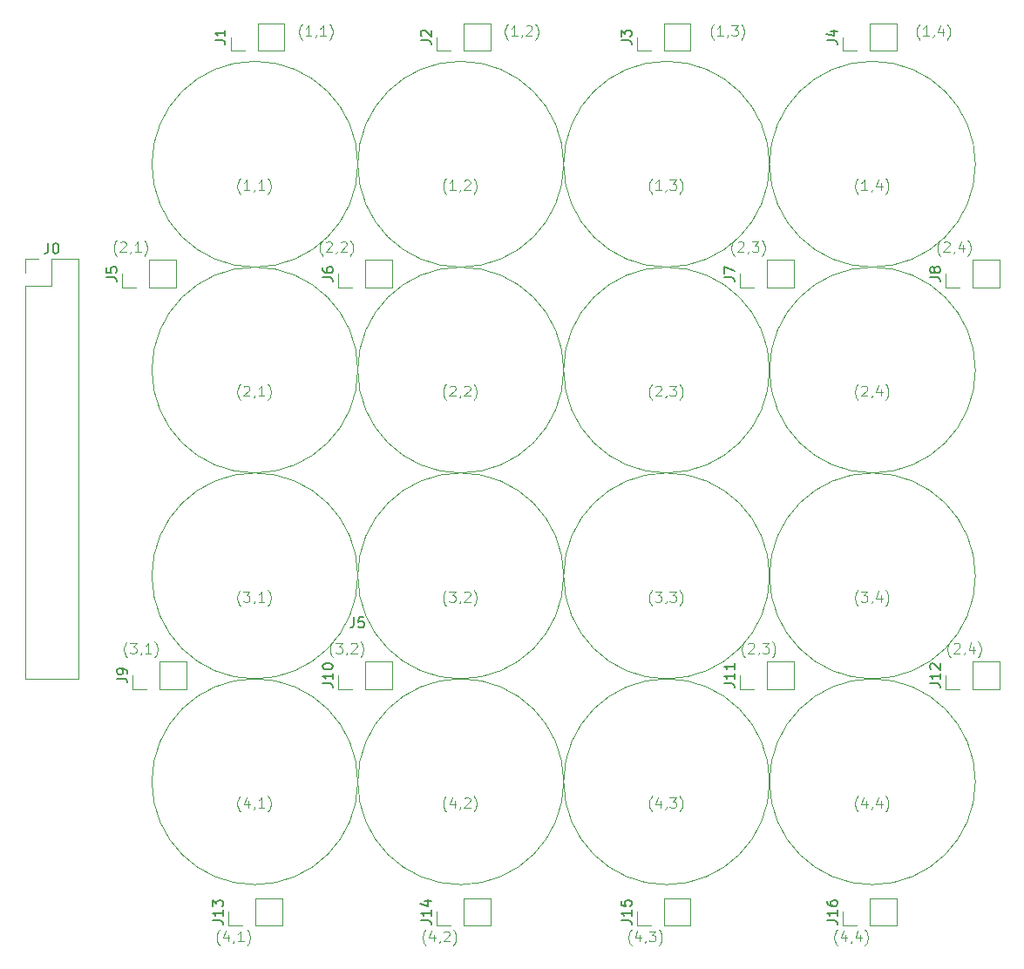
<source format=gbr>
%TF.GenerationSoftware,KiCad,Pcbnew,8.0.6*%
%TF.CreationDate,2025-01-23T15:03:01-05:00*%
%TF.ProjectId,MagneticActuationBoard,4d61676e-6574-4696-9341-637475617469,rev?*%
%TF.SameCoordinates,Original*%
%TF.FileFunction,Legend,Top*%
%TF.FilePolarity,Positive*%
%FSLAX46Y46*%
G04 Gerber Fmt 4.6, Leading zero omitted, Abs format (unit mm)*
G04 Created by KiCad (PCBNEW 8.0.6) date 2025-01-23 15:03:01*
%MOMM*%
%LPD*%
G01*
G04 APERTURE LIST*
%ADD10C,0.100000*%
%ADD11C,0.150000*%
%ADD12C,0.050000*%
%ADD13C,0.120000*%
G04 APERTURE END LIST*
D10*
X164589598Y-123253371D02*
X164541979Y-123205752D01*
X164541979Y-123205752D02*
X164446741Y-123062895D01*
X164446741Y-123062895D02*
X164399122Y-122967657D01*
X164399122Y-122967657D02*
X164351503Y-122824800D01*
X164351503Y-122824800D02*
X164303884Y-122586704D01*
X164303884Y-122586704D02*
X164303884Y-122396228D01*
X164303884Y-122396228D02*
X164351503Y-122158133D01*
X164351503Y-122158133D02*
X164399122Y-122015276D01*
X164399122Y-122015276D02*
X164446741Y-121920038D01*
X164446741Y-121920038D02*
X164541979Y-121777180D01*
X164541979Y-121777180D02*
X164589598Y-121729561D01*
X164875313Y-121872419D02*
X165494360Y-121872419D01*
X165494360Y-121872419D02*
X165161027Y-122253371D01*
X165161027Y-122253371D02*
X165303884Y-122253371D01*
X165303884Y-122253371D02*
X165399122Y-122300990D01*
X165399122Y-122300990D02*
X165446741Y-122348609D01*
X165446741Y-122348609D02*
X165494360Y-122443847D01*
X165494360Y-122443847D02*
X165494360Y-122681942D01*
X165494360Y-122681942D02*
X165446741Y-122777180D01*
X165446741Y-122777180D02*
X165399122Y-122824800D01*
X165399122Y-122824800D02*
X165303884Y-122872419D01*
X165303884Y-122872419D02*
X165018170Y-122872419D01*
X165018170Y-122872419D02*
X164922932Y-122824800D01*
X164922932Y-122824800D02*
X164875313Y-122777180D01*
X165970551Y-122824800D02*
X165970551Y-122872419D01*
X165970551Y-122872419D02*
X165922932Y-122967657D01*
X165922932Y-122967657D02*
X165875313Y-123015276D01*
X166351503Y-121967657D02*
X166399122Y-121920038D01*
X166399122Y-121920038D02*
X166494360Y-121872419D01*
X166494360Y-121872419D02*
X166732455Y-121872419D01*
X166732455Y-121872419D02*
X166827693Y-121920038D01*
X166827693Y-121920038D02*
X166875312Y-121967657D01*
X166875312Y-121967657D02*
X166922931Y-122062895D01*
X166922931Y-122062895D02*
X166922931Y-122158133D01*
X166922931Y-122158133D02*
X166875312Y-122300990D01*
X166875312Y-122300990D02*
X166303884Y-122872419D01*
X166303884Y-122872419D02*
X166922931Y-122872419D01*
X167256265Y-123253371D02*
X167303884Y-123205752D01*
X167303884Y-123205752D02*
X167399122Y-123062895D01*
X167399122Y-123062895D02*
X167446741Y-122967657D01*
X167446741Y-122967657D02*
X167494360Y-122824800D01*
X167494360Y-122824800D02*
X167541979Y-122586704D01*
X167541979Y-122586704D02*
X167541979Y-122396228D01*
X167541979Y-122396228D02*
X167494360Y-122158133D01*
X167494360Y-122158133D02*
X167446741Y-122015276D01*
X167446741Y-122015276D02*
X167399122Y-121920038D01*
X167399122Y-121920038D02*
X167303884Y-121777180D01*
X167303884Y-121777180D02*
X167256265Y-121729561D01*
X204589598Y-123253371D02*
X204541979Y-123205752D01*
X204541979Y-123205752D02*
X204446741Y-123062895D01*
X204446741Y-123062895D02*
X204399122Y-122967657D01*
X204399122Y-122967657D02*
X204351503Y-122824800D01*
X204351503Y-122824800D02*
X204303884Y-122586704D01*
X204303884Y-122586704D02*
X204303884Y-122396228D01*
X204303884Y-122396228D02*
X204351503Y-122158133D01*
X204351503Y-122158133D02*
X204399122Y-122015276D01*
X204399122Y-122015276D02*
X204446741Y-121920038D01*
X204446741Y-121920038D02*
X204541979Y-121777180D01*
X204541979Y-121777180D02*
X204589598Y-121729561D01*
X204922932Y-121967657D02*
X204970551Y-121920038D01*
X204970551Y-121920038D02*
X205065789Y-121872419D01*
X205065789Y-121872419D02*
X205303884Y-121872419D01*
X205303884Y-121872419D02*
X205399122Y-121920038D01*
X205399122Y-121920038D02*
X205446741Y-121967657D01*
X205446741Y-121967657D02*
X205494360Y-122062895D01*
X205494360Y-122062895D02*
X205494360Y-122158133D01*
X205494360Y-122158133D02*
X205446741Y-122300990D01*
X205446741Y-122300990D02*
X204875313Y-122872419D01*
X204875313Y-122872419D02*
X205494360Y-122872419D01*
X205970551Y-122824800D02*
X205970551Y-122872419D01*
X205970551Y-122872419D02*
X205922932Y-122967657D01*
X205922932Y-122967657D02*
X205875313Y-123015276D01*
X206303884Y-121872419D02*
X206922931Y-121872419D01*
X206922931Y-121872419D02*
X206589598Y-122253371D01*
X206589598Y-122253371D02*
X206732455Y-122253371D01*
X206732455Y-122253371D02*
X206827693Y-122300990D01*
X206827693Y-122300990D02*
X206875312Y-122348609D01*
X206875312Y-122348609D02*
X206922931Y-122443847D01*
X206922931Y-122443847D02*
X206922931Y-122681942D01*
X206922931Y-122681942D02*
X206875312Y-122777180D01*
X206875312Y-122777180D02*
X206827693Y-122824800D01*
X206827693Y-122824800D02*
X206732455Y-122872419D01*
X206732455Y-122872419D02*
X206446741Y-122872419D01*
X206446741Y-122872419D02*
X206351503Y-122824800D01*
X206351503Y-122824800D02*
X206303884Y-122777180D01*
X207256265Y-123253371D02*
X207303884Y-123205752D01*
X207303884Y-123205752D02*
X207399122Y-123062895D01*
X207399122Y-123062895D02*
X207446741Y-122967657D01*
X207446741Y-122967657D02*
X207494360Y-122824800D01*
X207494360Y-122824800D02*
X207541979Y-122586704D01*
X207541979Y-122586704D02*
X207541979Y-122396228D01*
X207541979Y-122396228D02*
X207494360Y-122158133D01*
X207494360Y-122158133D02*
X207446741Y-122015276D01*
X207446741Y-122015276D02*
X207399122Y-121920038D01*
X207399122Y-121920038D02*
X207303884Y-121777180D01*
X207303884Y-121777180D02*
X207256265Y-121729561D01*
X144589598Y-123253371D02*
X144541979Y-123205752D01*
X144541979Y-123205752D02*
X144446741Y-123062895D01*
X144446741Y-123062895D02*
X144399122Y-122967657D01*
X144399122Y-122967657D02*
X144351503Y-122824800D01*
X144351503Y-122824800D02*
X144303884Y-122586704D01*
X144303884Y-122586704D02*
X144303884Y-122396228D01*
X144303884Y-122396228D02*
X144351503Y-122158133D01*
X144351503Y-122158133D02*
X144399122Y-122015276D01*
X144399122Y-122015276D02*
X144446741Y-121920038D01*
X144446741Y-121920038D02*
X144541979Y-121777180D01*
X144541979Y-121777180D02*
X144589598Y-121729561D01*
X144875313Y-121872419D02*
X145494360Y-121872419D01*
X145494360Y-121872419D02*
X145161027Y-122253371D01*
X145161027Y-122253371D02*
X145303884Y-122253371D01*
X145303884Y-122253371D02*
X145399122Y-122300990D01*
X145399122Y-122300990D02*
X145446741Y-122348609D01*
X145446741Y-122348609D02*
X145494360Y-122443847D01*
X145494360Y-122443847D02*
X145494360Y-122681942D01*
X145494360Y-122681942D02*
X145446741Y-122777180D01*
X145446741Y-122777180D02*
X145399122Y-122824800D01*
X145399122Y-122824800D02*
X145303884Y-122872419D01*
X145303884Y-122872419D02*
X145018170Y-122872419D01*
X145018170Y-122872419D02*
X144922932Y-122824800D01*
X144922932Y-122824800D02*
X144875313Y-122777180D01*
X145970551Y-122824800D02*
X145970551Y-122872419D01*
X145970551Y-122872419D02*
X145922932Y-122967657D01*
X145922932Y-122967657D02*
X145875313Y-123015276D01*
X146922931Y-122872419D02*
X146351503Y-122872419D01*
X146637217Y-122872419D02*
X146637217Y-121872419D01*
X146637217Y-121872419D02*
X146541979Y-122015276D01*
X146541979Y-122015276D02*
X146446741Y-122110514D01*
X146446741Y-122110514D02*
X146351503Y-122158133D01*
X147256265Y-123253371D02*
X147303884Y-123205752D01*
X147303884Y-123205752D02*
X147399122Y-123062895D01*
X147399122Y-123062895D02*
X147446741Y-122967657D01*
X147446741Y-122967657D02*
X147494360Y-122824800D01*
X147494360Y-122824800D02*
X147541979Y-122586704D01*
X147541979Y-122586704D02*
X147541979Y-122396228D01*
X147541979Y-122396228D02*
X147494360Y-122158133D01*
X147494360Y-122158133D02*
X147446741Y-122015276D01*
X147446741Y-122015276D02*
X147399122Y-121920038D01*
X147399122Y-121920038D02*
X147303884Y-121777180D01*
X147303884Y-121777180D02*
X147256265Y-121729561D01*
X224589598Y-123253371D02*
X224541979Y-123205752D01*
X224541979Y-123205752D02*
X224446741Y-123062895D01*
X224446741Y-123062895D02*
X224399122Y-122967657D01*
X224399122Y-122967657D02*
X224351503Y-122824800D01*
X224351503Y-122824800D02*
X224303884Y-122586704D01*
X224303884Y-122586704D02*
X224303884Y-122396228D01*
X224303884Y-122396228D02*
X224351503Y-122158133D01*
X224351503Y-122158133D02*
X224399122Y-122015276D01*
X224399122Y-122015276D02*
X224446741Y-121920038D01*
X224446741Y-121920038D02*
X224541979Y-121777180D01*
X224541979Y-121777180D02*
X224589598Y-121729561D01*
X224922932Y-121967657D02*
X224970551Y-121920038D01*
X224970551Y-121920038D02*
X225065789Y-121872419D01*
X225065789Y-121872419D02*
X225303884Y-121872419D01*
X225303884Y-121872419D02*
X225399122Y-121920038D01*
X225399122Y-121920038D02*
X225446741Y-121967657D01*
X225446741Y-121967657D02*
X225494360Y-122062895D01*
X225494360Y-122062895D02*
X225494360Y-122158133D01*
X225494360Y-122158133D02*
X225446741Y-122300990D01*
X225446741Y-122300990D02*
X224875313Y-122872419D01*
X224875313Y-122872419D02*
X225494360Y-122872419D01*
X225970551Y-122824800D02*
X225970551Y-122872419D01*
X225970551Y-122872419D02*
X225922932Y-122967657D01*
X225922932Y-122967657D02*
X225875313Y-123015276D01*
X226827693Y-122205752D02*
X226827693Y-122872419D01*
X226589598Y-121824800D02*
X226351503Y-122539085D01*
X226351503Y-122539085D02*
X226970550Y-122539085D01*
X227256265Y-123253371D02*
X227303884Y-123205752D01*
X227303884Y-123205752D02*
X227399122Y-123062895D01*
X227399122Y-123062895D02*
X227446741Y-122967657D01*
X227446741Y-122967657D02*
X227494360Y-122824800D01*
X227494360Y-122824800D02*
X227541979Y-122586704D01*
X227541979Y-122586704D02*
X227541979Y-122396228D01*
X227541979Y-122396228D02*
X227494360Y-122158133D01*
X227494360Y-122158133D02*
X227446741Y-122015276D01*
X227446741Y-122015276D02*
X227399122Y-121920038D01*
X227399122Y-121920038D02*
X227303884Y-121777180D01*
X227303884Y-121777180D02*
X227256265Y-121729561D01*
X153589598Y-151253371D02*
X153541979Y-151205752D01*
X153541979Y-151205752D02*
X153446741Y-151062895D01*
X153446741Y-151062895D02*
X153399122Y-150967657D01*
X153399122Y-150967657D02*
X153351503Y-150824800D01*
X153351503Y-150824800D02*
X153303884Y-150586704D01*
X153303884Y-150586704D02*
X153303884Y-150396228D01*
X153303884Y-150396228D02*
X153351503Y-150158133D01*
X153351503Y-150158133D02*
X153399122Y-150015276D01*
X153399122Y-150015276D02*
X153446741Y-149920038D01*
X153446741Y-149920038D02*
X153541979Y-149777180D01*
X153541979Y-149777180D02*
X153589598Y-149729561D01*
X154399122Y-150205752D02*
X154399122Y-150872419D01*
X154161027Y-149824800D02*
X153922932Y-150539085D01*
X153922932Y-150539085D02*
X154541979Y-150539085D01*
X154970551Y-150824800D02*
X154970551Y-150872419D01*
X154970551Y-150872419D02*
X154922932Y-150967657D01*
X154922932Y-150967657D02*
X154875313Y-151015276D01*
X155922931Y-150872419D02*
X155351503Y-150872419D01*
X155637217Y-150872419D02*
X155637217Y-149872419D01*
X155637217Y-149872419D02*
X155541979Y-150015276D01*
X155541979Y-150015276D02*
X155446741Y-150110514D01*
X155446741Y-150110514D02*
X155351503Y-150158133D01*
X156256265Y-151253371D02*
X156303884Y-151205752D01*
X156303884Y-151205752D02*
X156399122Y-151062895D01*
X156399122Y-151062895D02*
X156446741Y-150967657D01*
X156446741Y-150967657D02*
X156494360Y-150824800D01*
X156494360Y-150824800D02*
X156541979Y-150586704D01*
X156541979Y-150586704D02*
X156541979Y-150396228D01*
X156541979Y-150396228D02*
X156494360Y-150158133D01*
X156494360Y-150158133D02*
X156446741Y-150015276D01*
X156446741Y-150015276D02*
X156399122Y-149920038D01*
X156399122Y-149920038D02*
X156303884Y-149777180D01*
X156303884Y-149777180D02*
X156256265Y-149729561D01*
X213589598Y-151253371D02*
X213541979Y-151205752D01*
X213541979Y-151205752D02*
X213446741Y-151062895D01*
X213446741Y-151062895D02*
X213399122Y-150967657D01*
X213399122Y-150967657D02*
X213351503Y-150824800D01*
X213351503Y-150824800D02*
X213303884Y-150586704D01*
X213303884Y-150586704D02*
X213303884Y-150396228D01*
X213303884Y-150396228D02*
X213351503Y-150158133D01*
X213351503Y-150158133D02*
X213399122Y-150015276D01*
X213399122Y-150015276D02*
X213446741Y-149920038D01*
X213446741Y-149920038D02*
X213541979Y-149777180D01*
X213541979Y-149777180D02*
X213589598Y-149729561D01*
X214399122Y-150205752D02*
X214399122Y-150872419D01*
X214161027Y-149824800D02*
X213922932Y-150539085D01*
X213922932Y-150539085D02*
X214541979Y-150539085D01*
X214970551Y-150824800D02*
X214970551Y-150872419D01*
X214970551Y-150872419D02*
X214922932Y-150967657D01*
X214922932Y-150967657D02*
X214875313Y-151015276D01*
X215827693Y-150205752D02*
X215827693Y-150872419D01*
X215589598Y-149824800D02*
X215351503Y-150539085D01*
X215351503Y-150539085D02*
X215970550Y-150539085D01*
X216256265Y-151253371D02*
X216303884Y-151205752D01*
X216303884Y-151205752D02*
X216399122Y-151062895D01*
X216399122Y-151062895D02*
X216446741Y-150967657D01*
X216446741Y-150967657D02*
X216494360Y-150824800D01*
X216494360Y-150824800D02*
X216541979Y-150586704D01*
X216541979Y-150586704D02*
X216541979Y-150396228D01*
X216541979Y-150396228D02*
X216494360Y-150158133D01*
X216494360Y-150158133D02*
X216446741Y-150015276D01*
X216446741Y-150015276D02*
X216399122Y-149920038D01*
X216399122Y-149920038D02*
X216303884Y-149777180D01*
X216303884Y-149777180D02*
X216256265Y-149729561D01*
X173589598Y-151253371D02*
X173541979Y-151205752D01*
X173541979Y-151205752D02*
X173446741Y-151062895D01*
X173446741Y-151062895D02*
X173399122Y-150967657D01*
X173399122Y-150967657D02*
X173351503Y-150824800D01*
X173351503Y-150824800D02*
X173303884Y-150586704D01*
X173303884Y-150586704D02*
X173303884Y-150396228D01*
X173303884Y-150396228D02*
X173351503Y-150158133D01*
X173351503Y-150158133D02*
X173399122Y-150015276D01*
X173399122Y-150015276D02*
X173446741Y-149920038D01*
X173446741Y-149920038D02*
X173541979Y-149777180D01*
X173541979Y-149777180D02*
X173589598Y-149729561D01*
X174399122Y-150205752D02*
X174399122Y-150872419D01*
X174161027Y-149824800D02*
X173922932Y-150539085D01*
X173922932Y-150539085D02*
X174541979Y-150539085D01*
X174970551Y-150824800D02*
X174970551Y-150872419D01*
X174970551Y-150872419D02*
X174922932Y-150967657D01*
X174922932Y-150967657D02*
X174875313Y-151015276D01*
X175351503Y-149967657D02*
X175399122Y-149920038D01*
X175399122Y-149920038D02*
X175494360Y-149872419D01*
X175494360Y-149872419D02*
X175732455Y-149872419D01*
X175732455Y-149872419D02*
X175827693Y-149920038D01*
X175827693Y-149920038D02*
X175875312Y-149967657D01*
X175875312Y-149967657D02*
X175922931Y-150062895D01*
X175922931Y-150062895D02*
X175922931Y-150158133D01*
X175922931Y-150158133D02*
X175875312Y-150300990D01*
X175875312Y-150300990D02*
X175303884Y-150872419D01*
X175303884Y-150872419D02*
X175922931Y-150872419D01*
X176256265Y-151253371D02*
X176303884Y-151205752D01*
X176303884Y-151205752D02*
X176399122Y-151062895D01*
X176399122Y-151062895D02*
X176446741Y-150967657D01*
X176446741Y-150967657D02*
X176494360Y-150824800D01*
X176494360Y-150824800D02*
X176541979Y-150586704D01*
X176541979Y-150586704D02*
X176541979Y-150396228D01*
X176541979Y-150396228D02*
X176494360Y-150158133D01*
X176494360Y-150158133D02*
X176446741Y-150015276D01*
X176446741Y-150015276D02*
X176399122Y-149920038D01*
X176399122Y-149920038D02*
X176303884Y-149777180D01*
X176303884Y-149777180D02*
X176256265Y-149729561D01*
X193589598Y-151253371D02*
X193541979Y-151205752D01*
X193541979Y-151205752D02*
X193446741Y-151062895D01*
X193446741Y-151062895D02*
X193399122Y-150967657D01*
X193399122Y-150967657D02*
X193351503Y-150824800D01*
X193351503Y-150824800D02*
X193303884Y-150586704D01*
X193303884Y-150586704D02*
X193303884Y-150396228D01*
X193303884Y-150396228D02*
X193351503Y-150158133D01*
X193351503Y-150158133D02*
X193399122Y-150015276D01*
X193399122Y-150015276D02*
X193446741Y-149920038D01*
X193446741Y-149920038D02*
X193541979Y-149777180D01*
X193541979Y-149777180D02*
X193589598Y-149729561D01*
X194399122Y-150205752D02*
X194399122Y-150872419D01*
X194161027Y-149824800D02*
X193922932Y-150539085D01*
X193922932Y-150539085D02*
X194541979Y-150539085D01*
X194970551Y-150824800D02*
X194970551Y-150872419D01*
X194970551Y-150872419D02*
X194922932Y-150967657D01*
X194922932Y-150967657D02*
X194875313Y-151015276D01*
X195303884Y-149872419D02*
X195922931Y-149872419D01*
X195922931Y-149872419D02*
X195589598Y-150253371D01*
X195589598Y-150253371D02*
X195732455Y-150253371D01*
X195732455Y-150253371D02*
X195827693Y-150300990D01*
X195827693Y-150300990D02*
X195875312Y-150348609D01*
X195875312Y-150348609D02*
X195922931Y-150443847D01*
X195922931Y-150443847D02*
X195922931Y-150681942D01*
X195922931Y-150681942D02*
X195875312Y-150777180D01*
X195875312Y-150777180D02*
X195827693Y-150824800D01*
X195827693Y-150824800D02*
X195732455Y-150872419D01*
X195732455Y-150872419D02*
X195446741Y-150872419D01*
X195446741Y-150872419D02*
X195351503Y-150824800D01*
X195351503Y-150824800D02*
X195303884Y-150777180D01*
X196256265Y-151253371D02*
X196303884Y-151205752D01*
X196303884Y-151205752D02*
X196399122Y-151062895D01*
X196399122Y-151062895D02*
X196446741Y-150967657D01*
X196446741Y-150967657D02*
X196494360Y-150824800D01*
X196494360Y-150824800D02*
X196541979Y-150586704D01*
X196541979Y-150586704D02*
X196541979Y-150396228D01*
X196541979Y-150396228D02*
X196494360Y-150158133D01*
X196494360Y-150158133D02*
X196446741Y-150015276D01*
X196446741Y-150015276D02*
X196399122Y-149920038D01*
X196399122Y-149920038D02*
X196303884Y-149777180D01*
X196303884Y-149777180D02*
X196256265Y-149729561D01*
X163589598Y-84253371D02*
X163541979Y-84205752D01*
X163541979Y-84205752D02*
X163446741Y-84062895D01*
X163446741Y-84062895D02*
X163399122Y-83967657D01*
X163399122Y-83967657D02*
X163351503Y-83824800D01*
X163351503Y-83824800D02*
X163303884Y-83586704D01*
X163303884Y-83586704D02*
X163303884Y-83396228D01*
X163303884Y-83396228D02*
X163351503Y-83158133D01*
X163351503Y-83158133D02*
X163399122Y-83015276D01*
X163399122Y-83015276D02*
X163446741Y-82920038D01*
X163446741Y-82920038D02*
X163541979Y-82777180D01*
X163541979Y-82777180D02*
X163589598Y-82729561D01*
X163922932Y-82967657D02*
X163970551Y-82920038D01*
X163970551Y-82920038D02*
X164065789Y-82872419D01*
X164065789Y-82872419D02*
X164303884Y-82872419D01*
X164303884Y-82872419D02*
X164399122Y-82920038D01*
X164399122Y-82920038D02*
X164446741Y-82967657D01*
X164446741Y-82967657D02*
X164494360Y-83062895D01*
X164494360Y-83062895D02*
X164494360Y-83158133D01*
X164494360Y-83158133D02*
X164446741Y-83300990D01*
X164446741Y-83300990D02*
X163875313Y-83872419D01*
X163875313Y-83872419D02*
X164494360Y-83872419D01*
X164970551Y-83824800D02*
X164970551Y-83872419D01*
X164970551Y-83872419D02*
X164922932Y-83967657D01*
X164922932Y-83967657D02*
X164875313Y-84015276D01*
X165351503Y-82967657D02*
X165399122Y-82920038D01*
X165399122Y-82920038D02*
X165494360Y-82872419D01*
X165494360Y-82872419D02*
X165732455Y-82872419D01*
X165732455Y-82872419D02*
X165827693Y-82920038D01*
X165827693Y-82920038D02*
X165875312Y-82967657D01*
X165875312Y-82967657D02*
X165922931Y-83062895D01*
X165922931Y-83062895D02*
X165922931Y-83158133D01*
X165922931Y-83158133D02*
X165875312Y-83300990D01*
X165875312Y-83300990D02*
X165303884Y-83872419D01*
X165303884Y-83872419D02*
X165922931Y-83872419D01*
X166256265Y-84253371D02*
X166303884Y-84205752D01*
X166303884Y-84205752D02*
X166399122Y-84062895D01*
X166399122Y-84062895D02*
X166446741Y-83967657D01*
X166446741Y-83967657D02*
X166494360Y-83824800D01*
X166494360Y-83824800D02*
X166541979Y-83586704D01*
X166541979Y-83586704D02*
X166541979Y-83396228D01*
X166541979Y-83396228D02*
X166494360Y-83158133D01*
X166494360Y-83158133D02*
X166446741Y-83015276D01*
X166446741Y-83015276D02*
X166399122Y-82920038D01*
X166399122Y-82920038D02*
X166303884Y-82777180D01*
X166303884Y-82777180D02*
X166256265Y-82729561D01*
X223589598Y-84253371D02*
X223541979Y-84205752D01*
X223541979Y-84205752D02*
X223446741Y-84062895D01*
X223446741Y-84062895D02*
X223399122Y-83967657D01*
X223399122Y-83967657D02*
X223351503Y-83824800D01*
X223351503Y-83824800D02*
X223303884Y-83586704D01*
X223303884Y-83586704D02*
X223303884Y-83396228D01*
X223303884Y-83396228D02*
X223351503Y-83158133D01*
X223351503Y-83158133D02*
X223399122Y-83015276D01*
X223399122Y-83015276D02*
X223446741Y-82920038D01*
X223446741Y-82920038D02*
X223541979Y-82777180D01*
X223541979Y-82777180D02*
X223589598Y-82729561D01*
X223922932Y-82967657D02*
X223970551Y-82920038D01*
X223970551Y-82920038D02*
X224065789Y-82872419D01*
X224065789Y-82872419D02*
X224303884Y-82872419D01*
X224303884Y-82872419D02*
X224399122Y-82920038D01*
X224399122Y-82920038D02*
X224446741Y-82967657D01*
X224446741Y-82967657D02*
X224494360Y-83062895D01*
X224494360Y-83062895D02*
X224494360Y-83158133D01*
X224494360Y-83158133D02*
X224446741Y-83300990D01*
X224446741Y-83300990D02*
X223875313Y-83872419D01*
X223875313Y-83872419D02*
X224494360Y-83872419D01*
X224970551Y-83824800D02*
X224970551Y-83872419D01*
X224970551Y-83872419D02*
X224922932Y-83967657D01*
X224922932Y-83967657D02*
X224875313Y-84015276D01*
X225827693Y-83205752D02*
X225827693Y-83872419D01*
X225589598Y-82824800D02*
X225351503Y-83539085D01*
X225351503Y-83539085D02*
X225970550Y-83539085D01*
X226256265Y-84253371D02*
X226303884Y-84205752D01*
X226303884Y-84205752D02*
X226399122Y-84062895D01*
X226399122Y-84062895D02*
X226446741Y-83967657D01*
X226446741Y-83967657D02*
X226494360Y-83824800D01*
X226494360Y-83824800D02*
X226541979Y-83586704D01*
X226541979Y-83586704D02*
X226541979Y-83396228D01*
X226541979Y-83396228D02*
X226494360Y-83158133D01*
X226494360Y-83158133D02*
X226446741Y-83015276D01*
X226446741Y-83015276D02*
X226399122Y-82920038D01*
X226399122Y-82920038D02*
X226303884Y-82777180D01*
X226303884Y-82777180D02*
X226256265Y-82729561D01*
X203589598Y-84253371D02*
X203541979Y-84205752D01*
X203541979Y-84205752D02*
X203446741Y-84062895D01*
X203446741Y-84062895D02*
X203399122Y-83967657D01*
X203399122Y-83967657D02*
X203351503Y-83824800D01*
X203351503Y-83824800D02*
X203303884Y-83586704D01*
X203303884Y-83586704D02*
X203303884Y-83396228D01*
X203303884Y-83396228D02*
X203351503Y-83158133D01*
X203351503Y-83158133D02*
X203399122Y-83015276D01*
X203399122Y-83015276D02*
X203446741Y-82920038D01*
X203446741Y-82920038D02*
X203541979Y-82777180D01*
X203541979Y-82777180D02*
X203589598Y-82729561D01*
X203922932Y-82967657D02*
X203970551Y-82920038D01*
X203970551Y-82920038D02*
X204065789Y-82872419D01*
X204065789Y-82872419D02*
X204303884Y-82872419D01*
X204303884Y-82872419D02*
X204399122Y-82920038D01*
X204399122Y-82920038D02*
X204446741Y-82967657D01*
X204446741Y-82967657D02*
X204494360Y-83062895D01*
X204494360Y-83062895D02*
X204494360Y-83158133D01*
X204494360Y-83158133D02*
X204446741Y-83300990D01*
X204446741Y-83300990D02*
X203875313Y-83872419D01*
X203875313Y-83872419D02*
X204494360Y-83872419D01*
X204970551Y-83824800D02*
X204970551Y-83872419D01*
X204970551Y-83872419D02*
X204922932Y-83967657D01*
X204922932Y-83967657D02*
X204875313Y-84015276D01*
X205303884Y-82872419D02*
X205922931Y-82872419D01*
X205922931Y-82872419D02*
X205589598Y-83253371D01*
X205589598Y-83253371D02*
X205732455Y-83253371D01*
X205732455Y-83253371D02*
X205827693Y-83300990D01*
X205827693Y-83300990D02*
X205875312Y-83348609D01*
X205875312Y-83348609D02*
X205922931Y-83443847D01*
X205922931Y-83443847D02*
X205922931Y-83681942D01*
X205922931Y-83681942D02*
X205875312Y-83777180D01*
X205875312Y-83777180D02*
X205827693Y-83824800D01*
X205827693Y-83824800D02*
X205732455Y-83872419D01*
X205732455Y-83872419D02*
X205446741Y-83872419D01*
X205446741Y-83872419D02*
X205351503Y-83824800D01*
X205351503Y-83824800D02*
X205303884Y-83777180D01*
X206256265Y-84253371D02*
X206303884Y-84205752D01*
X206303884Y-84205752D02*
X206399122Y-84062895D01*
X206399122Y-84062895D02*
X206446741Y-83967657D01*
X206446741Y-83967657D02*
X206494360Y-83824800D01*
X206494360Y-83824800D02*
X206541979Y-83586704D01*
X206541979Y-83586704D02*
X206541979Y-83396228D01*
X206541979Y-83396228D02*
X206494360Y-83158133D01*
X206494360Y-83158133D02*
X206446741Y-83015276D01*
X206446741Y-83015276D02*
X206399122Y-82920038D01*
X206399122Y-82920038D02*
X206303884Y-82777180D01*
X206303884Y-82777180D02*
X206256265Y-82729561D01*
X143589598Y-84253371D02*
X143541979Y-84205752D01*
X143541979Y-84205752D02*
X143446741Y-84062895D01*
X143446741Y-84062895D02*
X143399122Y-83967657D01*
X143399122Y-83967657D02*
X143351503Y-83824800D01*
X143351503Y-83824800D02*
X143303884Y-83586704D01*
X143303884Y-83586704D02*
X143303884Y-83396228D01*
X143303884Y-83396228D02*
X143351503Y-83158133D01*
X143351503Y-83158133D02*
X143399122Y-83015276D01*
X143399122Y-83015276D02*
X143446741Y-82920038D01*
X143446741Y-82920038D02*
X143541979Y-82777180D01*
X143541979Y-82777180D02*
X143589598Y-82729561D01*
X143922932Y-82967657D02*
X143970551Y-82920038D01*
X143970551Y-82920038D02*
X144065789Y-82872419D01*
X144065789Y-82872419D02*
X144303884Y-82872419D01*
X144303884Y-82872419D02*
X144399122Y-82920038D01*
X144399122Y-82920038D02*
X144446741Y-82967657D01*
X144446741Y-82967657D02*
X144494360Y-83062895D01*
X144494360Y-83062895D02*
X144494360Y-83158133D01*
X144494360Y-83158133D02*
X144446741Y-83300990D01*
X144446741Y-83300990D02*
X143875313Y-83872419D01*
X143875313Y-83872419D02*
X144494360Y-83872419D01*
X144970551Y-83824800D02*
X144970551Y-83872419D01*
X144970551Y-83872419D02*
X144922932Y-83967657D01*
X144922932Y-83967657D02*
X144875313Y-84015276D01*
X145922931Y-83872419D02*
X145351503Y-83872419D01*
X145637217Y-83872419D02*
X145637217Y-82872419D01*
X145637217Y-82872419D02*
X145541979Y-83015276D01*
X145541979Y-83015276D02*
X145446741Y-83110514D01*
X145446741Y-83110514D02*
X145351503Y-83158133D01*
X146256265Y-84253371D02*
X146303884Y-84205752D01*
X146303884Y-84205752D02*
X146399122Y-84062895D01*
X146399122Y-84062895D02*
X146446741Y-83967657D01*
X146446741Y-83967657D02*
X146494360Y-83824800D01*
X146494360Y-83824800D02*
X146541979Y-83586704D01*
X146541979Y-83586704D02*
X146541979Y-83396228D01*
X146541979Y-83396228D02*
X146494360Y-83158133D01*
X146494360Y-83158133D02*
X146446741Y-83015276D01*
X146446741Y-83015276D02*
X146399122Y-82920038D01*
X146399122Y-82920038D02*
X146303884Y-82777180D01*
X146303884Y-82777180D02*
X146256265Y-82729561D01*
X181589598Y-63253371D02*
X181541979Y-63205752D01*
X181541979Y-63205752D02*
X181446741Y-63062895D01*
X181446741Y-63062895D02*
X181399122Y-62967657D01*
X181399122Y-62967657D02*
X181351503Y-62824800D01*
X181351503Y-62824800D02*
X181303884Y-62586704D01*
X181303884Y-62586704D02*
X181303884Y-62396228D01*
X181303884Y-62396228D02*
X181351503Y-62158133D01*
X181351503Y-62158133D02*
X181399122Y-62015276D01*
X181399122Y-62015276D02*
X181446741Y-61920038D01*
X181446741Y-61920038D02*
X181541979Y-61777180D01*
X181541979Y-61777180D02*
X181589598Y-61729561D01*
X182494360Y-62872419D02*
X181922932Y-62872419D01*
X182208646Y-62872419D02*
X182208646Y-61872419D01*
X182208646Y-61872419D02*
X182113408Y-62015276D01*
X182113408Y-62015276D02*
X182018170Y-62110514D01*
X182018170Y-62110514D02*
X181922932Y-62158133D01*
X182970551Y-62824800D02*
X182970551Y-62872419D01*
X182970551Y-62872419D02*
X182922932Y-62967657D01*
X182922932Y-62967657D02*
X182875313Y-63015276D01*
X183351503Y-61967657D02*
X183399122Y-61920038D01*
X183399122Y-61920038D02*
X183494360Y-61872419D01*
X183494360Y-61872419D02*
X183732455Y-61872419D01*
X183732455Y-61872419D02*
X183827693Y-61920038D01*
X183827693Y-61920038D02*
X183875312Y-61967657D01*
X183875312Y-61967657D02*
X183922931Y-62062895D01*
X183922931Y-62062895D02*
X183922931Y-62158133D01*
X183922931Y-62158133D02*
X183875312Y-62300990D01*
X183875312Y-62300990D02*
X183303884Y-62872419D01*
X183303884Y-62872419D02*
X183922931Y-62872419D01*
X184256265Y-63253371D02*
X184303884Y-63205752D01*
X184303884Y-63205752D02*
X184399122Y-63062895D01*
X184399122Y-63062895D02*
X184446741Y-62967657D01*
X184446741Y-62967657D02*
X184494360Y-62824800D01*
X184494360Y-62824800D02*
X184541979Y-62586704D01*
X184541979Y-62586704D02*
X184541979Y-62396228D01*
X184541979Y-62396228D02*
X184494360Y-62158133D01*
X184494360Y-62158133D02*
X184446741Y-62015276D01*
X184446741Y-62015276D02*
X184399122Y-61920038D01*
X184399122Y-61920038D02*
X184303884Y-61777180D01*
X184303884Y-61777180D02*
X184256265Y-61729561D01*
X221589598Y-63253371D02*
X221541979Y-63205752D01*
X221541979Y-63205752D02*
X221446741Y-63062895D01*
X221446741Y-63062895D02*
X221399122Y-62967657D01*
X221399122Y-62967657D02*
X221351503Y-62824800D01*
X221351503Y-62824800D02*
X221303884Y-62586704D01*
X221303884Y-62586704D02*
X221303884Y-62396228D01*
X221303884Y-62396228D02*
X221351503Y-62158133D01*
X221351503Y-62158133D02*
X221399122Y-62015276D01*
X221399122Y-62015276D02*
X221446741Y-61920038D01*
X221446741Y-61920038D02*
X221541979Y-61777180D01*
X221541979Y-61777180D02*
X221589598Y-61729561D01*
X222494360Y-62872419D02*
X221922932Y-62872419D01*
X222208646Y-62872419D02*
X222208646Y-61872419D01*
X222208646Y-61872419D02*
X222113408Y-62015276D01*
X222113408Y-62015276D02*
X222018170Y-62110514D01*
X222018170Y-62110514D02*
X221922932Y-62158133D01*
X222970551Y-62824800D02*
X222970551Y-62872419D01*
X222970551Y-62872419D02*
X222922932Y-62967657D01*
X222922932Y-62967657D02*
X222875313Y-63015276D01*
X223827693Y-62205752D02*
X223827693Y-62872419D01*
X223589598Y-61824800D02*
X223351503Y-62539085D01*
X223351503Y-62539085D02*
X223970550Y-62539085D01*
X224256265Y-63253371D02*
X224303884Y-63205752D01*
X224303884Y-63205752D02*
X224399122Y-63062895D01*
X224399122Y-63062895D02*
X224446741Y-62967657D01*
X224446741Y-62967657D02*
X224494360Y-62824800D01*
X224494360Y-62824800D02*
X224541979Y-62586704D01*
X224541979Y-62586704D02*
X224541979Y-62396228D01*
X224541979Y-62396228D02*
X224494360Y-62158133D01*
X224494360Y-62158133D02*
X224446741Y-62015276D01*
X224446741Y-62015276D02*
X224399122Y-61920038D01*
X224399122Y-61920038D02*
X224303884Y-61777180D01*
X224303884Y-61777180D02*
X224256265Y-61729561D01*
X201589598Y-63253371D02*
X201541979Y-63205752D01*
X201541979Y-63205752D02*
X201446741Y-63062895D01*
X201446741Y-63062895D02*
X201399122Y-62967657D01*
X201399122Y-62967657D02*
X201351503Y-62824800D01*
X201351503Y-62824800D02*
X201303884Y-62586704D01*
X201303884Y-62586704D02*
X201303884Y-62396228D01*
X201303884Y-62396228D02*
X201351503Y-62158133D01*
X201351503Y-62158133D02*
X201399122Y-62015276D01*
X201399122Y-62015276D02*
X201446741Y-61920038D01*
X201446741Y-61920038D02*
X201541979Y-61777180D01*
X201541979Y-61777180D02*
X201589598Y-61729561D01*
X202494360Y-62872419D02*
X201922932Y-62872419D01*
X202208646Y-62872419D02*
X202208646Y-61872419D01*
X202208646Y-61872419D02*
X202113408Y-62015276D01*
X202113408Y-62015276D02*
X202018170Y-62110514D01*
X202018170Y-62110514D02*
X201922932Y-62158133D01*
X202970551Y-62824800D02*
X202970551Y-62872419D01*
X202970551Y-62872419D02*
X202922932Y-62967657D01*
X202922932Y-62967657D02*
X202875313Y-63015276D01*
X203303884Y-61872419D02*
X203922931Y-61872419D01*
X203922931Y-61872419D02*
X203589598Y-62253371D01*
X203589598Y-62253371D02*
X203732455Y-62253371D01*
X203732455Y-62253371D02*
X203827693Y-62300990D01*
X203827693Y-62300990D02*
X203875312Y-62348609D01*
X203875312Y-62348609D02*
X203922931Y-62443847D01*
X203922931Y-62443847D02*
X203922931Y-62681942D01*
X203922931Y-62681942D02*
X203875312Y-62777180D01*
X203875312Y-62777180D02*
X203827693Y-62824800D01*
X203827693Y-62824800D02*
X203732455Y-62872419D01*
X203732455Y-62872419D02*
X203446741Y-62872419D01*
X203446741Y-62872419D02*
X203351503Y-62824800D01*
X203351503Y-62824800D02*
X203303884Y-62777180D01*
X204256265Y-63253371D02*
X204303884Y-63205752D01*
X204303884Y-63205752D02*
X204399122Y-63062895D01*
X204399122Y-63062895D02*
X204446741Y-62967657D01*
X204446741Y-62967657D02*
X204494360Y-62824800D01*
X204494360Y-62824800D02*
X204541979Y-62586704D01*
X204541979Y-62586704D02*
X204541979Y-62396228D01*
X204541979Y-62396228D02*
X204494360Y-62158133D01*
X204494360Y-62158133D02*
X204446741Y-62015276D01*
X204446741Y-62015276D02*
X204399122Y-61920038D01*
X204399122Y-61920038D02*
X204303884Y-61777180D01*
X204303884Y-61777180D02*
X204256265Y-61729561D01*
X161589598Y-63253371D02*
X161541979Y-63205752D01*
X161541979Y-63205752D02*
X161446741Y-63062895D01*
X161446741Y-63062895D02*
X161399122Y-62967657D01*
X161399122Y-62967657D02*
X161351503Y-62824800D01*
X161351503Y-62824800D02*
X161303884Y-62586704D01*
X161303884Y-62586704D02*
X161303884Y-62396228D01*
X161303884Y-62396228D02*
X161351503Y-62158133D01*
X161351503Y-62158133D02*
X161399122Y-62015276D01*
X161399122Y-62015276D02*
X161446741Y-61920038D01*
X161446741Y-61920038D02*
X161541979Y-61777180D01*
X161541979Y-61777180D02*
X161589598Y-61729561D01*
X162494360Y-62872419D02*
X161922932Y-62872419D01*
X162208646Y-62872419D02*
X162208646Y-61872419D01*
X162208646Y-61872419D02*
X162113408Y-62015276D01*
X162113408Y-62015276D02*
X162018170Y-62110514D01*
X162018170Y-62110514D02*
X161922932Y-62158133D01*
X162970551Y-62824800D02*
X162970551Y-62872419D01*
X162970551Y-62872419D02*
X162922932Y-62967657D01*
X162922932Y-62967657D02*
X162875313Y-63015276D01*
X163922931Y-62872419D02*
X163351503Y-62872419D01*
X163637217Y-62872419D02*
X163637217Y-61872419D01*
X163637217Y-61872419D02*
X163541979Y-62015276D01*
X163541979Y-62015276D02*
X163446741Y-62110514D01*
X163446741Y-62110514D02*
X163351503Y-62158133D01*
X164256265Y-63253371D02*
X164303884Y-63205752D01*
X164303884Y-63205752D02*
X164399122Y-63062895D01*
X164399122Y-63062895D02*
X164446741Y-62967657D01*
X164446741Y-62967657D02*
X164494360Y-62824800D01*
X164494360Y-62824800D02*
X164541979Y-62586704D01*
X164541979Y-62586704D02*
X164541979Y-62396228D01*
X164541979Y-62396228D02*
X164494360Y-62158133D01*
X164494360Y-62158133D02*
X164446741Y-62015276D01*
X164446741Y-62015276D02*
X164399122Y-61920038D01*
X164399122Y-61920038D02*
X164303884Y-61777180D01*
X164303884Y-61777180D02*
X164256265Y-61729561D01*
X175589598Y-138253371D02*
X175541979Y-138205752D01*
X175541979Y-138205752D02*
X175446741Y-138062895D01*
X175446741Y-138062895D02*
X175399122Y-137967657D01*
X175399122Y-137967657D02*
X175351503Y-137824800D01*
X175351503Y-137824800D02*
X175303884Y-137586704D01*
X175303884Y-137586704D02*
X175303884Y-137396228D01*
X175303884Y-137396228D02*
X175351503Y-137158133D01*
X175351503Y-137158133D02*
X175399122Y-137015276D01*
X175399122Y-137015276D02*
X175446741Y-136920038D01*
X175446741Y-136920038D02*
X175541979Y-136777180D01*
X175541979Y-136777180D02*
X175589598Y-136729561D01*
X176399122Y-137205752D02*
X176399122Y-137872419D01*
X176161027Y-136824800D02*
X175922932Y-137539085D01*
X175922932Y-137539085D02*
X176541979Y-137539085D01*
X176970551Y-137824800D02*
X176970551Y-137872419D01*
X176970551Y-137872419D02*
X176922932Y-137967657D01*
X176922932Y-137967657D02*
X176875313Y-138015276D01*
X177351503Y-136967657D02*
X177399122Y-136920038D01*
X177399122Y-136920038D02*
X177494360Y-136872419D01*
X177494360Y-136872419D02*
X177732455Y-136872419D01*
X177732455Y-136872419D02*
X177827693Y-136920038D01*
X177827693Y-136920038D02*
X177875312Y-136967657D01*
X177875312Y-136967657D02*
X177922931Y-137062895D01*
X177922931Y-137062895D02*
X177922931Y-137158133D01*
X177922931Y-137158133D02*
X177875312Y-137300990D01*
X177875312Y-137300990D02*
X177303884Y-137872419D01*
X177303884Y-137872419D02*
X177922931Y-137872419D01*
X178256265Y-138253371D02*
X178303884Y-138205752D01*
X178303884Y-138205752D02*
X178399122Y-138062895D01*
X178399122Y-138062895D02*
X178446741Y-137967657D01*
X178446741Y-137967657D02*
X178494360Y-137824800D01*
X178494360Y-137824800D02*
X178541979Y-137586704D01*
X178541979Y-137586704D02*
X178541979Y-137396228D01*
X178541979Y-137396228D02*
X178494360Y-137158133D01*
X178494360Y-137158133D02*
X178446741Y-137015276D01*
X178446741Y-137015276D02*
X178399122Y-136920038D01*
X178399122Y-136920038D02*
X178303884Y-136777180D01*
X178303884Y-136777180D02*
X178256265Y-136729561D01*
X175589598Y-118253371D02*
X175541979Y-118205752D01*
X175541979Y-118205752D02*
X175446741Y-118062895D01*
X175446741Y-118062895D02*
X175399122Y-117967657D01*
X175399122Y-117967657D02*
X175351503Y-117824800D01*
X175351503Y-117824800D02*
X175303884Y-117586704D01*
X175303884Y-117586704D02*
X175303884Y-117396228D01*
X175303884Y-117396228D02*
X175351503Y-117158133D01*
X175351503Y-117158133D02*
X175399122Y-117015276D01*
X175399122Y-117015276D02*
X175446741Y-116920038D01*
X175446741Y-116920038D02*
X175541979Y-116777180D01*
X175541979Y-116777180D02*
X175589598Y-116729561D01*
X175875313Y-116872419D02*
X176494360Y-116872419D01*
X176494360Y-116872419D02*
X176161027Y-117253371D01*
X176161027Y-117253371D02*
X176303884Y-117253371D01*
X176303884Y-117253371D02*
X176399122Y-117300990D01*
X176399122Y-117300990D02*
X176446741Y-117348609D01*
X176446741Y-117348609D02*
X176494360Y-117443847D01*
X176494360Y-117443847D02*
X176494360Y-117681942D01*
X176494360Y-117681942D02*
X176446741Y-117777180D01*
X176446741Y-117777180D02*
X176399122Y-117824800D01*
X176399122Y-117824800D02*
X176303884Y-117872419D01*
X176303884Y-117872419D02*
X176018170Y-117872419D01*
X176018170Y-117872419D02*
X175922932Y-117824800D01*
X175922932Y-117824800D02*
X175875313Y-117777180D01*
X176970551Y-117824800D02*
X176970551Y-117872419D01*
X176970551Y-117872419D02*
X176922932Y-117967657D01*
X176922932Y-117967657D02*
X176875313Y-118015276D01*
X177351503Y-116967657D02*
X177399122Y-116920038D01*
X177399122Y-116920038D02*
X177494360Y-116872419D01*
X177494360Y-116872419D02*
X177732455Y-116872419D01*
X177732455Y-116872419D02*
X177827693Y-116920038D01*
X177827693Y-116920038D02*
X177875312Y-116967657D01*
X177875312Y-116967657D02*
X177922931Y-117062895D01*
X177922931Y-117062895D02*
X177922931Y-117158133D01*
X177922931Y-117158133D02*
X177875312Y-117300990D01*
X177875312Y-117300990D02*
X177303884Y-117872419D01*
X177303884Y-117872419D02*
X177922931Y-117872419D01*
X178256265Y-118253371D02*
X178303884Y-118205752D01*
X178303884Y-118205752D02*
X178399122Y-118062895D01*
X178399122Y-118062895D02*
X178446741Y-117967657D01*
X178446741Y-117967657D02*
X178494360Y-117824800D01*
X178494360Y-117824800D02*
X178541979Y-117586704D01*
X178541979Y-117586704D02*
X178541979Y-117396228D01*
X178541979Y-117396228D02*
X178494360Y-117158133D01*
X178494360Y-117158133D02*
X178446741Y-117015276D01*
X178446741Y-117015276D02*
X178399122Y-116920038D01*
X178399122Y-116920038D02*
X178303884Y-116777180D01*
X178303884Y-116777180D02*
X178256265Y-116729561D01*
X215589598Y-138253371D02*
X215541979Y-138205752D01*
X215541979Y-138205752D02*
X215446741Y-138062895D01*
X215446741Y-138062895D02*
X215399122Y-137967657D01*
X215399122Y-137967657D02*
X215351503Y-137824800D01*
X215351503Y-137824800D02*
X215303884Y-137586704D01*
X215303884Y-137586704D02*
X215303884Y-137396228D01*
X215303884Y-137396228D02*
X215351503Y-137158133D01*
X215351503Y-137158133D02*
X215399122Y-137015276D01*
X215399122Y-137015276D02*
X215446741Y-136920038D01*
X215446741Y-136920038D02*
X215541979Y-136777180D01*
X215541979Y-136777180D02*
X215589598Y-136729561D01*
X216399122Y-137205752D02*
X216399122Y-137872419D01*
X216161027Y-136824800D02*
X215922932Y-137539085D01*
X215922932Y-137539085D02*
X216541979Y-137539085D01*
X216970551Y-137824800D02*
X216970551Y-137872419D01*
X216970551Y-137872419D02*
X216922932Y-137967657D01*
X216922932Y-137967657D02*
X216875313Y-138015276D01*
X217827693Y-137205752D02*
X217827693Y-137872419D01*
X217589598Y-136824800D02*
X217351503Y-137539085D01*
X217351503Y-137539085D02*
X217970550Y-137539085D01*
X218256265Y-138253371D02*
X218303884Y-138205752D01*
X218303884Y-138205752D02*
X218399122Y-138062895D01*
X218399122Y-138062895D02*
X218446741Y-137967657D01*
X218446741Y-137967657D02*
X218494360Y-137824800D01*
X218494360Y-137824800D02*
X218541979Y-137586704D01*
X218541979Y-137586704D02*
X218541979Y-137396228D01*
X218541979Y-137396228D02*
X218494360Y-137158133D01*
X218494360Y-137158133D02*
X218446741Y-137015276D01*
X218446741Y-137015276D02*
X218399122Y-136920038D01*
X218399122Y-136920038D02*
X218303884Y-136777180D01*
X218303884Y-136777180D02*
X218256265Y-136729561D01*
X195589598Y-138253371D02*
X195541979Y-138205752D01*
X195541979Y-138205752D02*
X195446741Y-138062895D01*
X195446741Y-138062895D02*
X195399122Y-137967657D01*
X195399122Y-137967657D02*
X195351503Y-137824800D01*
X195351503Y-137824800D02*
X195303884Y-137586704D01*
X195303884Y-137586704D02*
X195303884Y-137396228D01*
X195303884Y-137396228D02*
X195351503Y-137158133D01*
X195351503Y-137158133D02*
X195399122Y-137015276D01*
X195399122Y-137015276D02*
X195446741Y-136920038D01*
X195446741Y-136920038D02*
X195541979Y-136777180D01*
X195541979Y-136777180D02*
X195589598Y-136729561D01*
X196399122Y-137205752D02*
X196399122Y-137872419D01*
X196161027Y-136824800D02*
X195922932Y-137539085D01*
X195922932Y-137539085D02*
X196541979Y-137539085D01*
X196970551Y-137824800D02*
X196970551Y-137872419D01*
X196970551Y-137872419D02*
X196922932Y-137967657D01*
X196922932Y-137967657D02*
X196875313Y-138015276D01*
X197303884Y-136872419D02*
X197922931Y-136872419D01*
X197922931Y-136872419D02*
X197589598Y-137253371D01*
X197589598Y-137253371D02*
X197732455Y-137253371D01*
X197732455Y-137253371D02*
X197827693Y-137300990D01*
X197827693Y-137300990D02*
X197875312Y-137348609D01*
X197875312Y-137348609D02*
X197922931Y-137443847D01*
X197922931Y-137443847D02*
X197922931Y-137681942D01*
X197922931Y-137681942D02*
X197875312Y-137777180D01*
X197875312Y-137777180D02*
X197827693Y-137824800D01*
X197827693Y-137824800D02*
X197732455Y-137872419D01*
X197732455Y-137872419D02*
X197446741Y-137872419D01*
X197446741Y-137872419D02*
X197351503Y-137824800D01*
X197351503Y-137824800D02*
X197303884Y-137777180D01*
X198256265Y-138253371D02*
X198303884Y-138205752D01*
X198303884Y-138205752D02*
X198399122Y-138062895D01*
X198399122Y-138062895D02*
X198446741Y-137967657D01*
X198446741Y-137967657D02*
X198494360Y-137824800D01*
X198494360Y-137824800D02*
X198541979Y-137586704D01*
X198541979Y-137586704D02*
X198541979Y-137396228D01*
X198541979Y-137396228D02*
X198494360Y-137158133D01*
X198494360Y-137158133D02*
X198446741Y-137015276D01*
X198446741Y-137015276D02*
X198399122Y-136920038D01*
X198399122Y-136920038D02*
X198303884Y-136777180D01*
X198303884Y-136777180D02*
X198256265Y-136729561D01*
X155589598Y-138253371D02*
X155541979Y-138205752D01*
X155541979Y-138205752D02*
X155446741Y-138062895D01*
X155446741Y-138062895D02*
X155399122Y-137967657D01*
X155399122Y-137967657D02*
X155351503Y-137824800D01*
X155351503Y-137824800D02*
X155303884Y-137586704D01*
X155303884Y-137586704D02*
X155303884Y-137396228D01*
X155303884Y-137396228D02*
X155351503Y-137158133D01*
X155351503Y-137158133D02*
X155399122Y-137015276D01*
X155399122Y-137015276D02*
X155446741Y-136920038D01*
X155446741Y-136920038D02*
X155541979Y-136777180D01*
X155541979Y-136777180D02*
X155589598Y-136729561D01*
X156399122Y-137205752D02*
X156399122Y-137872419D01*
X156161027Y-136824800D02*
X155922932Y-137539085D01*
X155922932Y-137539085D02*
X156541979Y-137539085D01*
X156970551Y-137824800D02*
X156970551Y-137872419D01*
X156970551Y-137872419D02*
X156922932Y-137967657D01*
X156922932Y-137967657D02*
X156875313Y-138015276D01*
X157922931Y-137872419D02*
X157351503Y-137872419D01*
X157637217Y-137872419D02*
X157637217Y-136872419D01*
X157637217Y-136872419D02*
X157541979Y-137015276D01*
X157541979Y-137015276D02*
X157446741Y-137110514D01*
X157446741Y-137110514D02*
X157351503Y-137158133D01*
X158256265Y-138253371D02*
X158303884Y-138205752D01*
X158303884Y-138205752D02*
X158399122Y-138062895D01*
X158399122Y-138062895D02*
X158446741Y-137967657D01*
X158446741Y-137967657D02*
X158494360Y-137824800D01*
X158494360Y-137824800D02*
X158541979Y-137586704D01*
X158541979Y-137586704D02*
X158541979Y-137396228D01*
X158541979Y-137396228D02*
X158494360Y-137158133D01*
X158494360Y-137158133D02*
X158446741Y-137015276D01*
X158446741Y-137015276D02*
X158399122Y-136920038D01*
X158399122Y-136920038D02*
X158303884Y-136777180D01*
X158303884Y-136777180D02*
X158256265Y-136729561D01*
X215589598Y-118253371D02*
X215541979Y-118205752D01*
X215541979Y-118205752D02*
X215446741Y-118062895D01*
X215446741Y-118062895D02*
X215399122Y-117967657D01*
X215399122Y-117967657D02*
X215351503Y-117824800D01*
X215351503Y-117824800D02*
X215303884Y-117586704D01*
X215303884Y-117586704D02*
X215303884Y-117396228D01*
X215303884Y-117396228D02*
X215351503Y-117158133D01*
X215351503Y-117158133D02*
X215399122Y-117015276D01*
X215399122Y-117015276D02*
X215446741Y-116920038D01*
X215446741Y-116920038D02*
X215541979Y-116777180D01*
X215541979Y-116777180D02*
X215589598Y-116729561D01*
X215875313Y-116872419D02*
X216494360Y-116872419D01*
X216494360Y-116872419D02*
X216161027Y-117253371D01*
X216161027Y-117253371D02*
X216303884Y-117253371D01*
X216303884Y-117253371D02*
X216399122Y-117300990D01*
X216399122Y-117300990D02*
X216446741Y-117348609D01*
X216446741Y-117348609D02*
X216494360Y-117443847D01*
X216494360Y-117443847D02*
X216494360Y-117681942D01*
X216494360Y-117681942D02*
X216446741Y-117777180D01*
X216446741Y-117777180D02*
X216399122Y-117824800D01*
X216399122Y-117824800D02*
X216303884Y-117872419D01*
X216303884Y-117872419D02*
X216018170Y-117872419D01*
X216018170Y-117872419D02*
X215922932Y-117824800D01*
X215922932Y-117824800D02*
X215875313Y-117777180D01*
X216970551Y-117824800D02*
X216970551Y-117872419D01*
X216970551Y-117872419D02*
X216922932Y-117967657D01*
X216922932Y-117967657D02*
X216875313Y-118015276D01*
X217827693Y-117205752D02*
X217827693Y-117872419D01*
X217589598Y-116824800D02*
X217351503Y-117539085D01*
X217351503Y-117539085D02*
X217970550Y-117539085D01*
X218256265Y-118253371D02*
X218303884Y-118205752D01*
X218303884Y-118205752D02*
X218399122Y-118062895D01*
X218399122Y-118062895D02*
X218446741Y-117967657D01*
X218446741Y-117967657D02*
X218494360Y-117824800D01*
X218494360Y-117824800D02*
X218541979Y-117586704D01*
X218541979Y-117586704D02*
X218541979Y-117396228D01*
X218541979Y-117396228D02*
X218494360Y-117158133D01*
X218494360Y-117158133D02*
X218446741Y-117015276D01*
X218446741Y-117015276D02*
X218399122Y-116920038D01*
X218399122Y-116920038D02*
X218303884Y-116777180D01*
X218303884Y-116777180D02*
X218256265Y-116729561D01*
X195589598Y-118253371D02*
X195541979Y-118205752D01*
X195541979Y-118205752D02*
X195446741Y-118062895D01*
X195446741Y-118062895D02*
X195399122Y-117967657D01*
X195399122Y-117967657D02*
X195351503Y-117824800D01*
X195351503Y-117824800D02*
X195303884Y-117586704D01*
X195303884Y-117586704D02*
X195303884Y-117396228D01*
X195303884Y-117396228D02*
X195351503Y-117158133D01*
X195351503Y-117158133D02*
X195399122Y-117015276D01*
X195399122Y-117015276D02*
X195446741Y-116920038D01*
X195446741Y-116920038D02*
X195541979Y-116777180D01*
X195541979Y-116777180D02*
X195589598Y-116729561D01*
X195875313Y-116872419D02*
X196494360Y-116872419D01*
X196494360Y-116872419D02*
X196161027Y-117253371D01*
X196161027Y-117253371D02*
X196303884Y-117253371D01*
X196303884Y-117253371D02*
X196399122Y-117300990D01*
X196399122Y-117300990D02*
X196446741Y-117348609D01*
X196446741Y-117348609D02*
X196494360Y-117443847D01*
X196494360Y-117443847D02*
X196494360Y-117681942D01*
X196494360Y-117681942D02*
X196446741Y-117777180D01*
X196446741Y-117777180D02*
X196399122Y-117824800D01*
X196399122Y-117824800D02*
X196303884Y-117872419D01*
X196303884Y-117872419D02*
X196018170Y-117872419D01*
X196018170Y-117872419D02*
X195922932Y-117824800D01*
X195922932Y-117824800D02*
X195875313Y-117777180D01*
X196970551Y-117824800D02*
X196970551Y-117872419D01*
X196970551Y-117872419D02*
X196922932Y-117967657D01*
X196922932Y-117967657D02*
X196875313Y-118015276D01*
X197303884Y-116872419D02*
X197922931Y-116872419D01*
X197922931Y-116872419D02*
X197589598Y-117253371D01*
X197589598Y-117253371D02*
X197732455Y-117253371D01*
X197732455Y-117253371D02*
X197827693Y-117300990D01*
X197827693Y-117300990D02*
X197875312Y-117348609D01*
X197875312Y-117348609D02*
X197922931Y-117443847D01*
X197922931Y-117443847D02*
X197922931Y-117681942D01*
X197922931Y-117681942D02*
X197875312Y-117777180D01*
X197875312Y-117777180D02*
X197827693Y-117824800D01*
X197827693Y-117824800D02*
X197732455Y-117872419D01*
X197732455Y-117872419D02*
X197446741Y-117872419D01*
X197446741Y-117872419D02*
X197351503Y-117824800D01*
X197351503Y-117824800D02*
X197303884Y-117777180D01*
X198256265Y-118253371D02*
X198303884Y-118205752D01*
X198303884Y-118205752D02*
X198399122Y-118062895D01*
X198399122Y-118062895D02*
X198446741Y-117967657D01*
X198446741Y-117967657D02*
X198494360Y-117824800D01*
X198494360Y-117824800D02*
X198541979Y-117586704D01*
X198541979Y-117586704D02*
X198541979Y-117396228D01*
X198541979Y-117396228D02*
X198494360Y-117158133D01*
X198494360Y-117158133D02*
X198446741Y-117015276D01*
X198446741Y-117015276D02*
X198399122Y-116920038D01*
X198399122Y-116920038D02*
X198303884Y-116777180D01*
X198303884Y-116777180D02*
X198256265Y-116729561D01*
X155589598Y-118253371D02*
X155541979Y-118205752D01*
X155541979Y-118205752D02*
X155446741Y-118062895D01*
X155446741Y-118062895D02*
X155399122Y-117967657D01*
X155399122Y-117967657D02*
X155351503Y-117824800D01*
X155351503Y-117824800D02*
X155303884Y-117586704D01*
X155303884Y-117586704D02*
X155303884Y-117396228D01*
X155303884Y-117396228D02*
X155351503Y-117158133D01*
X155351503Y-117158133D02*
X155399122Y-117015276D01*
X155399122Y-117015276D02*
X155446741Y-116920038D01*
X155446741Y-116920038D02*
X155541979Y-116777180D01*
X155541979Y-116777180D02*
X155589598Y-116729561D01*
X155875313Y-116872419D02*
X156494360Y-116872419D01*
X156494360Y-116872419D02*
X156161027Y-117253371D01*
X156161027Y-117253371D02*
X156303884Y-117253371D01*
X156303884Y-117253371D02*
X156399122Y-117300990D01*
X156399122Y-117300990D02*
X156446741Y-117348609D01*
X156446741Y-117348609D02*
X156494360Y-117443847D01*
X156494360Y-117443847D02*
X156494360Y-117681942D01*
X156494360Y-117681942D02*
X156446741Y-117777180D01*
X156446741Y-117777180D02*
X156399122Y-117824800D01*
X156399122Y-117824800D02*
X156303884Y-117872419D01*
X156303884Y-117872419D02*
X156018170Y-117872419D01*
X156018170Y-117872419D02*
X155922932Y-117824800D01*
X155922932Y-117824800D02*
X155875313Y-117777180D01*
X156970551Y-117824800D02*
X156970551Y-117872419D01*
X156970551Y-117872419D02*
X156922932Y-117967657D01*
X156922932Y-117967657D02*
X156875313Y-118015276D01*
X157922931Y-117872419D02*
X157351503Y-117872419D01*
X157637217Y-117872419D02*
X157637217Y-116872419D01*
X157637217Y-116872419D02*
X157541979Y-117015276D01*
X157541979Y-117015276D02*
X157446741Y-117110514D01*
X157446741Y-117110514D02*
X157351503Y-117158133D01*
X158256265Y-118253371D02*
X158303884Y-118205752D01*
X158303884Y-118205752D02*
X158399122Y-118062895D01*
X158399122Y-118062895D02*
X158446741Y-117967657D01*
X158446741Y-117967657D02*
X158494360Y-117824800D01*
X158494360Y-117824800D02*
X158541979Y-117586704D01*
X158541979Y-117586704D02*
X158541979Y-117396228D01*
X158541979Y-117396228D02*
X158494360Y-117158133D01*
X158494360Y-117158133D02*
X158446741Y-117015276D01*
X158446741Y-117015276D02*
X158399122Y-116920038D01*
X158399122Y-116920038D02*
X158303884Y-116777180D01*
X158303884Y-116777180D02*
X158256265Y-116729561D01*
X175589598Y-98253371D02*
X175541979Y-98205752D01*
X175541979Y-98205752D02*
X175446741Y-98062895D01*
X175446741Y-98062895D02*
X175399122Y-97967657D01*
X175399122Y-97967657D02*
X175351503Y-97824800D01*
X175351503Y-97824800D02*
X175303884Y-97586704D01*
X175303884Y-97586704D02*
X175303884Y-97396228D01*
X175303884Y-97396228D02*
X175351503Y-97158133D01*
X175351503Y-97158133D02*
X175399122Y-97015276D01*
X175399122Y-97015276D02*
X175446741Y-96920038D01*
X175446741Y-96920038D02*
X175541979Y-96777180D01*
X175541979Y-96777180D02*
X175589598Y-96729561D01*
X175922932Y-96967657D02*
X175970551Y-96920038D01*
X175970551Y-96920038D02*
X176065789Y-96872419D01*
X176065789Y-96872419D02*
X176303884Y-96872419D01*
X176303884Y-96872419D02*
X176399122Y-96920038D01*
X176399122Y-96920038D02*
X176446741Y-96967657D01*
X176446741Y-96967657D02*
X176494360Y-97062895D01*
X176494360Y-97062895D02*
X176494360Y-97158133D01*
X176494360Y-97158133D02*
X176446741Y-97300990D01*
X176446741Y-97300990D02*
X175875313Y-97872419D01*
X175875313Y-97872419D02*
X176494360Y-97872419D01*
X176970551Y-97824800D02*
X176970551Y-97872419D01*
X176970551Y-97872419D02*
X176922932Y-97967657D01*
X176922932Y-97967657D02*
X176875313Y-98015276D01*
X177351503Y-96967657D02*
X177399122Y-96920038D01*
X177399122Y-96920038D02*
X177494360Y-96872419D01*
X177494360Y-96872419D02*
X177732455Y-96872419D01*
X177732455Y-96872419D02*
X177827693Y-96920038D01*
X177827693Y-96920038D02*
X177875312Y-96967657D01*
X177875312Y-96967657D02*
X177922931Y-97062895D01*
X177922931Y-97062895D02*
X177922931Y-97158133D01*
X177922931Y-97158133D02*
X177875312Y-97300990D01*
X177875312Y-97300990D02*
X177303884Y-97872419D01*
X177303884Y-97872419D02*
X177922931Y-97872419D01*
X178256265Y-98253371D02*
X178303884Y-98205752D01*
X178303884Y-98205752D02*
X178399122Y-98062895D01*
X178399122Y-98062895D02*
X178446741Y-97967657D01*
X178446741Y-97967657D02*
X178494360Y-97824800D01*
X178494360Y-97824800D02*
X178541979Y-97586704D01*
X178541979Y-97586704D02*
X178541979Y-97396228D01*
X178541979Y-97396228D02*
X178494360Y-97158133D01*
X178494360Y-97158133D02*
X178446741Y-97015276D01*
X178446741Y-97015276D02*
X178399122Y-96920038D01*
X178399122Y-96920038D02*
X178303884Y-96777180D01*
X178303884Y-96777180D02*
X178256265Y-96729561D01*
X215589598Y-98253371D02*
X215541979Y-98205752D01*
X215541979Y-98205752D02*
X215446741Y-98062895D01*
X215446741Y-98062895D02*
X215399122Y-97967657D01*
X215399122Y-97967657D02*
X215351503Y-97824800D01*
X215351503Y-97824800D02*
X215303884Y-97586704D01*
X215303884Y-97586704D02*
X215303884Y-97396228D01*
X215303884Y-97396228D02*
X215351503Y-97158133D01*
X215351503Y-97158133D02*
X215399122Y-97015276D01*
X215399122Y-97015276D02*
X215446741Y-96920038D01*
X215446741Y-96920038D02*
X215541979Y-96777180D01*
X215541979Y-96777180D02*
X215589598Y-96729561D01*
X215922932Y-96967657D02*
X215970551Y-96920038D01*
X215970551Y-96920038D02*
X216065789Y-96872419D01*
X216065789Y-96872419D02*
X216303884Y-96872419D01*
X216303884Y-96872419D02*
X216399122Y-96920038D01*
X216399122Y-96920038D02*
X216446741Y-96967657D01*
X216446741Y-96967657D02*
X216494360Y-97062895D01*
X216494360Y-97062895D02*
X216494360Y-97158133D01*
X216494360Y-97158133D02*
X216446741Y-97300990D01*
X216446741Y-97300990D02*
X215875313Y-97872419D01*
X215875313Y-97872419D02*
X216494360Y-97872419D01*
X216970551Y-97824800D02*
X216970551Y-97872419D01*
X216970551Y-97872419D02*
X216922932Y-97967657D01*
X216922932Y-97967657D02*
X216875313Y-98015276D01*
X217827693Y-97205752D02*
X217827693Y-97872419D01*
X217589598Y-96824800D02*
X217351503Y-97539085D01*
X217351503Y-97539085D02*
X217970550Y-97539085D01*
X218256265Y-98253371D02*
X218303884Y-98205752D01*
X218303884Y-98205752D02*
X218399122Y-98062895D01*
X218399122Y-98062895D02*
X218446741Y-97967657D01*
X218446741Y-97967657D02*
X218494360Y-97824800D01*
X218494360Y-97824800D02*
X218541979Y-97586704D01*
X218541979Y-97586704D02*
X218541979Y-97396228D01*
X218541979Y-97396228D02*
X218494360Y-97158133D01*
X218494360Y-97158133D02*
X218446741Y-97015276D01*
X218446741Y-97015276D02*
X218399122Y-96920038D01*
X218399122Y-96920038D02*
X218303884Y-96777180D01*
X218303884Y-96777180D02*
X218256265Y-96729561D01*
X195589598Y-98253371D02*
X195541979Y-98205752D01*
X195541979Y-98205752D02*
X195446741Y-98062895D01*
X195446741Y-98062895D02*
X195399122Y-97967657D01*
X195399122Y-97967657D02*
X195351503Y-97824800D01*
X195351503Y-97824800D02*
X195303884Y-97586704D01*
X195303884Y-97586704D02*
X195303884Y-97396228D01*
X195303884Y-97396228D02*
X195351503Y-97158133D01*
X195351503Y-97158133D02*
X195399122Y-97015276D01*
X195399122Y-97015276D02*
X195446741Y-96920038D01*
X195446741Y-96920038D02*
X195541979Y-96777180D01*
X195541979Y-96777180D02*
X195589598Y-96729561D01*
X195922932Y-96967657D02*
X195970551Y-96920038D01*
X195970551Y-96920038D02*
X196065789Y-96872419D01*
X196065789Y-96872419D02*
X196303884Y-96872419D01*
X196303884Y-96872419D02*
X196399122Y-96920038D01*
X196399122Y-96920038D02*
X196446741Y-96967657D01*
X196446741Y-96967657D02*
X196494360Y-97062895D01*
X196494360Y-97062895D02*
X196494360Y-97158133D01*
X196494360Y-97158133D02*
X196446741Y-97300990D01*
X196446741Y-97300990D02*
X195875313Y-97872419D01*
X195875313Y-97872419D02*
X196494360Y-97872419D01*
X196970551Y-97824800D02*
X196970551Y-97872419D01*
X196970551Y-97872419D02*
X196922932Y-97967657D01*
X196922932Y-97967657D02*
X196875313Y-98015276D01*
X197303884Y-96872419D02*
X197922931Y-96872419D01*
X197922931Y-96872419D02*
X197589598Y-97253371D01*
X197589598Y-97253371D02*
X197732455Y-97253371D01*
X197732455Y-97253371D02*
X197827693Y-97300990D01*
X197827693Y-97300990D02*
X197875312Y-97348609D01*
X197875312Y-97348609D02*
X197922931Y-97443847D01*
X197922931Y-97443847D02*
X197922931Y-97681942D01*
X197922931Y-97681942D02*
X197875312Y-97777180D01*
X197875312Y-97777180D02*
X197827693Y-97824800D01*
X197827693Y-97824800D02*
X197732455Y-97872419D01*
X197732455Y-97872419D02*
X197446741Y-97872419D01*
X197446741Y-97872419D02*
X197351503Y-97824800D01*
X197351503Y-97824800D02*
X197303884Y-97777180D01*
X198256265Y-98253371D02*
X198303884Y-98205752D01*
X198303884Y-98205752D02*
X198399122Y-98062895D01*
X198399122Y-98062895D02*
X198446741Y-97967657D01*
X198446741Y-97967657D02*
X198494360Y-97824800D01*
X198494360Y-97824800D02*
X198541979Y-97586704D01*
X198541979Y-97586704D02*
X198541979Y-97396228D01*
X198541979Y-97396228D02*
X198494360Y-97158133D01*
X198494360Y-97158133D02*
X198446741Y-97015276D01*
X198446741Y-97015276D02*
X198399122Y-96920038D01*
X198399122Y-96920038D02*
X198303884Y-96777180D01*
X198303884Y-96777180D02*
X198256265Y-96729561D01*
X155589598Y-98253371D02*
X155541979Y-98205752D01*
X155541979Y-98205752D02*
X155446741Y-98062895D01*
X155446741Y-98062895D02*
X155399122Y-97967657D01*
X155399122Y-97967657D02*
X155351503Y-97824800D01*
X155351503Y-97824800D02*
X155303884Y-97586704D01*
X155303884Y-97586704D02*
X155303884Y-97396228D01*
X155303884Y-97396228D02*
X155351503Y-97158133D01*
X155351503Y-97158133D02*
X155399122Y-97015276D01*
X155399122Y-97015276D02*
X155446741Y-96920038D01*
X155446741Y-96920038D02*
X155541979Y-96777180D01*
X155541979Y-96777180D02*
X155589598Y-96729561D01*
X155922932Y-96967657D02*
X155970551Y-96920038D01*
X155970551Y-96920038D02*
X156065789Y-96872419D01*
X156065789Y-96872419D02*
X156303884Y-96872419D01*
X156303884Y-96872419D02*
X156399122Y-96920038D01*
X156399122Y-96920038D02*
X156446741Y-96967657D01*
X156446741Y-96967657D02*
X156494360Y-97062895D01*
X156494360Y-97062895D02*
X156494360Y-97158133D01*
X156494360Y-97158133D02*
X156446741Y-97300990D01*
X156446741Y-97300990D02*
X155875313Y-97872419D01*
X155875313Y-97872419D02*
X156494360Y-97872419D01*
X156970551Y-97824800D02*
X156970551Y-97872419D01*
X156970551Y-97872419D02*
X156922932Y-97967657D01*
X156922932Y-97967657D02*
X156875313Y-98015276D01*
X157922931Y-97872419D02*
X157351503Y-97872419D01*
X157637217Y-97872419D02*
X157637217Y-96872419D01*
X157637217Y-96872419D02*
X157541979Y-97015276D01*
X157541979Y-97015276D02*
X157446741Y-97110514D01*
X157446741Y-97110514D02*
X157351503Y-97158133D01*
X158256265Y-98253371D02*
X158303884Y-98205752D01*
X158303884Y-98205752D02*
X158399122Y-98062895D01*
X158399122Y-98062895D02*
X158446741Y-97967657D01*
X158446741Y-97967657D02*
X158494360Y-97824800D01*
X158494360Y-97824800D02*
X158541979Y-97586704D01*
X158541979Y-97586704D02*
X158541979Y-97396228D01*
X158541979Y-97396228D02*
X158494360Y-97158133D01*
X158494360Y-97158133D02*
X158446741Y-97015276D01*
X158446741Y-97015276D02*
X158399122Y-96920038D01*
X158399122Y-96920038D02*
X158303884Y-96777180D01*
X158303884Y-96777180D02*
X158256265Y-96729561D01*
X215589598Y-78253371D02*
X215541979Y-78205752D01*
X215541979Y-78205752D02*
X215446741Y-78062895D01*
X215446741Y-78062895D02*
X215399122Y-77967657D01*
X215399122Y-77967657D02*
X215351503Y-77824800D01*
X215351503Y-77824800D02*
X215303884Y-77586704D01*
X215303884Y-77586704D02*
X215303884Y-77396228D01*
X215303884Y-77396228D02*
X215351503Y-77158133D01*
X215351503Y-77158133D02*
X215399122Y-77015276D01*
X215399122Y-77015276D02*
X215446741Y-76920038D01*
X215446741Y-76920038D02*
X215541979Y-76777180D01*
X215541979Y-76777180D02*
X215589598Y-76729561D01*
X216494360Y-77872419D02*
X215922932Y-77872419D01*
X216208646Y-77872419D02*
X216208646Y-76872419D01*
X216208646Y-76872419D02*
X216113408Y-77015276D01*
X216113408Y-77015276D02*
X216018170Y-77110514D01*
X216018170Y-77110514D02*
X215922932Y-77158133D01*
X216970551Y-77824800D02*
X216970551Y-77872419D01*
X216970551Y-77872419D02*
X216922932Y-77967657D01*
X216922932Y-77967657D02*
X216875313Y-78015276D01*
X217827693Y-77205752D02*
X217827693Y-77872419D01*
X217589598Y-76824800D02*
X217351503Y-77539085D01*
X217351503Y-77539085D02*
X217970550Y-77539085D01*
X218256265Y-78253371D02*
X218303884Y-78205752D01*
X218303884Y-78205752D02*
X218399122Y-78062895D01*
X218399122Y-78062895D02*
X218446741Y-77967657D01*
X218446741Y-77967657D02*
X218494360Y-77824800D01*
X218494360Y-77824800D02*
X218541979Y-77586704D01*
X218541979Y-77586704D02*
X218541979Y-77396228D01*
X218541979Y-77396228D02*
X218494360Y-77158133D01*
X218494360Y-77158133D02*
X218446741Y-77015276D01*
X218446741Y-77015276D02*
X218399122Y-76920038D01*
X218399122Y-76920038D02*
X218303884Y-76777180D01*
X218303884Y-76777180D02*
X218256265Y-76729561D01*
X195589598Y-78253371D02*
X195541979Y-78205752D01*
X195541979Y-78205752D02*
X195446741Y-78062895D01*
X195446741Y-78062895D02*
X195399122Y-77967657D01*
X195399122Y-77967657D02*
X195351503Y-77824800D01*
X195351503Y-77824800D02*
X195303884Y-77586704D01*
X195303884Y-77586704D02*
X195303884Y-77396228D01*
X195303884Y-77396228D02*
X195351503Y-77158133D01*
X195351503Y-77158133D02*
X195399122Y-77015276D01*
X195399122Y-77015276D02*
X195446741Y-76920038D01*
X195446741Y-76920038D02*
X195541979Y-76777180D01*
X195541979Y-76777180D02*
X195589598Y-76729561D01*
X196494360Y-77872419D02*
X195922932Y-77872419D01*
X196208646Y-77872419D02*
X196208646Y-76872419D01*
X196208646Y-76872419D02*
X196113408Y-77015276D01*
X196113408Y-77015276D02*
X196018170Y-77110514D01*
X196018170Y-77110514D02*
X195922932Y-77158133D01*
X196970551Y-77824800D02*
X196970551Y-77872419D01*
X196970551Y-77872419D02*
X196922932Y-77967657D01*
X196922932Y-77967657D02*
X196875313Y-78015276D01*
X197303884Y-76872419D02*
X197922931Y-76872419D01*
X197922931Y-76872419D02*
X197589598Y-77253371D01*
X197589598Y-77253371D02*
X197732455Y-77253371D01*
X197732455Y-77253371D02*
X197827693Y-77300990D01*
X197827693Y-77300990D02*
X197875312Y-77348609D01*
X197875312Y-77348609D02*
X197922931Y-77443847D01*
X197922931Y-77443847D02*
X197922931Y-77681942D01*
X197922931Y-77681942D02*
X197875312Y-77777180D01*
X197875312Y-77777180D02*
X197827693Y-77824800D01*
X197827693Y-77824800D02*
X197732455Y-77872419D01*
X197732455Y-77872419D02*
X197446741Y-77872419D01*
X197446741Y-77872419D02*
X197351503Y-77824800D01*
X197351503Y-77824800D02*
X197303884Y-77777180D01*
X198256265Y-78253371D02*
X198303884Y-78205752D01*
X198303884Y-78205752D02*
X198399122Y-78062895D01*
X198399122Y-78062895D02*
X198446741Y-77967657D01*
X198446741Y-77967657D02*
X198494360Y-77824800D01*
X198494360Y-77824800D02*
X198541979Y-77586704D01*
X198541979Y-77586704D02*
X198541979Y-77396228D01*
X198541979Y-77396228D02*
X198494360Y-77158133D01*
X198494360Y-77158133D02*
X198446741Y-77015276D01*
X198446741Y-77015276D02*
X198399122Y-76920038D01*
X198399122Y-76920038D02*
X198303884Y-76777180D01*
X198303884Y-76777180D02*
X198256265Y-76729561D01*
X175589598Y-78253371D02*
X175541979Y-78205752D01*
X175541979Y-78205752D02*
X175446741Y-78062895D01*
X175446741Y-78062895D02*
X175399122Y-77967657D01*
X175399122Y-77967657D02*
X175351503Y-77824800D01*
X175351503Y-77824800D02*
X175303884Y-77586704D01*
X175303884Y-77586704D02*
X175303884Y-77396228D01*
X175303884Y-77396228D02*
X175351503Y-77158133D01*
X175351503Y-77158133D02*
X175399122Y-77015276D01*
X175399122Y-77015276D02*
X175446741Y-76920038D01*
X175446741Y-76920038D02*
X175541979Y-76777180D01*
X175541979Y-76777180D02*
X175589598Y-76729561D01*
X176494360Y-77872419D02*
X175922932Y-77872419D01*
X176208646Y-77872419D02*
X176208646Y-76872419D01*
X176208646Y-76872419D02*
X176113408Y-77015276D01*
X176113408Y-77015276D02*
X176018170Y-77110514D01*
X176018170Y-77110514D02*
X175922932Y-77158133D01*
X176970551Y-77824800D02*
X176970551Y-77872419D01*
X176970551Y-77872419D02*
X176922932Y-77967657D01*
X176922932Y-77967657D02*
X176875313Y-78015276D01*
X177351503Y-76967657D02*
X177399122Y-76920038D01*
X177399122Y-76920038D02*
X177494360Y-76872419D01*
X177494360Y-76872419D02*
X177732455Y-76872419D01*
X177732455Y-76872419D02*
X177827693Y-76920038D01*
X177827693Y-76920038D02*
X177875312Y-76967657D01*
X177875312Y-76967657D02*
X177922931Y-77062895D01*
X177922931Y-77062895D02*
X177922931Y-77158133D01*
X177922931Y-77158133D02*
X177875312Y-77300990D01*
X177875312Y-77300990D02*
X177303884Y-77872419D01*
X177303884Y-77872419D02*
X177922931Y-77872419D01*
X178256265Y-78253371D02*
X178303884Y-78205752D01*
X178303884Y-78205752D02*
X178399122Y-78062895D01*
X178399122Y-78062895D02*
X178446741Y-77967657D01*
X178446741Y-77967657D02*
X178494360Y-77824800D01*
X178494360Y-77824800D02*
X178541979Y-77586704D01*
X178541979Y-77586704D02*
X178541979Y-77396228D01*
X178541979Y-77396228D02*
X178494360Y-77158133D01*
X178494360Y-77158133D02*
X178446741Y-77015276D01*
X178446741Y-77015276D02*
X178399122Y-76920038D01*
X178399122Y-76920038D02*
X178303884Y-76777180D01*
X178303884Y-76777180D02*
X178256265Y-76729561D01*
X155589598Y-78253371D02*
X155541979Y-78205752D01*
X155541979Y-78205752D02*
X155446741Y-78062895D01*
X155446741Y-78062895D02*
X155399122Y-77967657D01*
X155399122Y-77967657D02*
X155351503Y-77824800D01*
X155351503Y-77824800D02*
X155303884Y-77586704D01*
X155303884Y-77586704D02*
X155303884Y-77396228D01*
X155303884Y-77396228D02*
X155351503Y-77158133D01*
X155351503Y-77158133D02*
X155399122Y-77015276D01*
X155399122Y-77015276D02*
X155446741Y-76920038D01*
X155446741Y-76920038D02*
X155541979Y-76777180D01*
X155541979Y-76777180D02*
X155589598Y-76729561D01*
X156494360Y-77872419D02*
X155922932Y-77872419D01*
X156208646Y-77872419D02*
X156208646Y-76872419D01*
X156208646Y-76872419D02*
X156113408Y-77015276D01*
X156113408Y-77015276D02*
X156018170Y-77110514D01*
X156018170Y-77110514D02*
X155922932Y-77158133D01*
X156970551Y-77824800D02*
X156970551Y-77872419D01*
X156970551Y-77872419D02*
X156922932Y-77967657D01*
X156922932Y-77967657D02*
X156875313Y-78015276D01*
X157922931Y-77872419D02*
X157351503Y-77872419D01*
X157637217Y-77872419D02*
X157637217Y-76872419D01*
X157637217Y-76872419D02*
X157541979Y-77015276D01*
X157541979Y-77015276D02*
X157446741Y-77110514D01*
X157446741Y-77110514D02*
X157351503Y-77158133D01*
X158256265Y-78253371D02*
X158303884Y-78205752D01*
X158303884Y-78205752D02*
X158399122Y-78062895D01*
X158399122Y-78062895D02*
X158446741Y-77967657D01*
X158446741Y-77967657D02*
X158494360Y-77824800D01*
X158494360Y-77824800D02*
X158541979Y-77586704D01*
X158541979Y-77586704D02*
X158541979Y-77396228D01*
X158541979Y-77396228D02*
X158494360Y-77158133D01*
X158494360Y-77158133D02*
X158446741Y-77015276D01*
X158446741Y-77015276D02*
X158399122Y-76920038D01*
X158399122Y-76920038D02*
X158303884Y-76777180D01*
X158303884Y-76777180D02*
X158256265Y-76729561D01*
D11*
X166616666Y-119374819D02*
X166616666Y-120089104D01*
X166616666Y-120089104D02*
X166569047Y-120231961D01*
X166569047Y-120231961D02*
X166473809Y-120327200D01*
X166473809Y-120327200D02*
X166330952Y-120374819D01*
X166330952Y-120374819D02*
X166235714Y-120374819D01*
X167569047Y-119374819D02*
X167092857Y-119374819D01*
X167092857Y-119374819D02*
X167045238Y-119851009D01*
X167045238Y-119851009D02*
X167092857Y-119803390D01*
X167092857Y-119803390D02*
X167188095Y-119755771D01*
X167188095Y-119755771D02*
X167426190Y-119755771D01*
X167426190Y-119755771D02*
X167521428Y-119803390D01*
X167521428Y-119803390D02*
X167569047Y-119851009D01*
X167569047Y-119851009D02*
X167616666Y-119946247D01*
X167616666Y-119946247D02*
X167616666Y-120184342D01*
X167616666Y-120184342D02*
X167569047Y-120279580D01*
X167569047Y-120279580D02*
X167521428Y-120327200D01*
X167521428Y-120327200D02*
X167426190Y-120374819D01*
X167426190Y-120374819D02*
X167188095Y-120374819D01*
X167188095Y-120374819D02*
X167092857Y-120327200D01*
X167092857Y-120327200D02*
X167045238Y-120279580D01*
D12*
X167000000Y-115350000D02*
G75*
G02*
X147000000Y-115350000I-10000000J0D01*
G01*
X147000000Y-115350000D02*
G75*
G02*
X167000000Y-115350000I10000000J0D01*
G01*
X227000000Y-135350000D02*
G75*
G02*
X207000000Y-135350000I-10000000J0D01*
G01*
X207000000Y-135350000D02*
G75*
G02*
X227000000Y-135350000I10000000J0D01*
G01*
X207000000Y-115350000D02*
G75*
G02*
X187000000Y-115350000I-10000000J0D01*
G01*
X187000000Y-115350000D02*
G75*
G02*
X207000000Y-115350000I10000000J0D01*
G01*
X187000000Y-115350000D02*
G75*
G02*
X167000000Y-115350000I-10000000J0D01*
G01*
X167000000Y-115350000D02*
G75*
G02*
X187000000Y-115350000I10000000J0D01*
G01*
X167000000Y-135350000D02*
G75*
G02*
X147000000Y-135350000I-10000000J0D01*
G01*
X147000000Y-135350000D02*
G75*
G02*
X167000000Y-135350000I10000000J0D01*
G01*
X207000000Y-135350000D02*
G75*
G02*
X187000000Y-135350000I-10000000J0D01*
G01*
X187000000Y-135350000D02*
G75*
G02*
X207000000Y-135350000I10000000J0D01*
G01*
X187000000Y-135350000D02*
G75*
G02*
X167000000Y-135350000I-10000000J0D01*
G01*
X167000000Y-135350000D02*
G75*
G02*
X187000000Y-135350000I10000000J0D01*
G01*
X227000000Y-115350000D02*
G75*
G02*
X207000000Y-115350000I-10000000J0D01*
G01*
X207000000Y-115350000D02*
G75*
G02*
X227000000Y-115350000I10000000J0D01*
G01*
X167000000Y-95350000D02*
G75*
G02*
X147000000Y-95350000I-10000000J0D01*
G01*
X147000000Y-95350000D02*
G75*
G02*
X167000000Y-95350000I10000000J0D01*
G01*
X207000000Y-95350000D02*
G75*
G02*
X187000000Y-95350000I-10000000J0D01*
G01*
X187000000Y-95350000D02*
G75*
G02*
X207000000Y-95350000I10000000J0D01*
G01*
X187000000Y-95350000D02*
G75*
G02*
X167000000Y-95350000I-10000000J0D01*
G01*
X167000000Y-95350000D02*
G75*
G02*
X187000000Y-95350000I10000000J0D01*
G01*
X227000000Y-95350000D02*
G75*
G02*
X207000000Y-95350000I-10000000J0D01*
G01*
X207000000Y-95350000D02*
G75*
G02*
X227000000Y-95350000I10000000J0D01*
G01*
X167000000Y-75350000D02*
G75*
G02*
X147000000Y-75350000I-10000000J0D01*
G01*
X147000000Y-75350000D02*
G75*
G02*
X167000000Y-75350000I10000000J0D01*
G01*
X187000000Y-75350000D02*
G75*
G02*
X167000000Y-75350000I-10000000J0D01*
G01*
X167000000Y-75350000D02*
G75*
G02*
X187000000Y-75350000I10000000J0D01*
G01*
X207000000Y-75350000D02*
G75*
G02*
X187000000Y-75350000I-10000000J0D01*
G01*
X187000000Y-75350000D02*
G75*
G02*
X207000000Y-75350000I10000000J0D01*
G01*
X227000000Y-75350000D02*
G75*
G02*
X207000000Y-75350000I-10000000J0D01*
G01*
X207000000Y-75350000D02*
G75*
G02*
X227000000Y-75350000I10000000J0D01*
G01*
D11*
X136936666Y-83024819D02*
X136936666Y-83739104D01*
X136936666Y-83739104D02*
X136889047Y-83881961D01*
X136889047Y-83881961D02*
X136793809Y-83977200D01*
X136793809Y-83977200D02*
X136650952Y-84024819D01*
X136650952Y-84024819D02*
X136555714Y-84024819D01*
X137603333Y-83024819D02*
X137698571Y-83024819D01*
X137698571Y-83024819D02*
X137793809Y-83072438D01*
X137793809Y-83072438D02*
X137841428Y-83120057D01*
X137841428Y-83120057D02*
X137889047Y-83215295D01*
X137889047Y-83215295D02*
X137936666Y-83405771D01*
X137936666Y-83405771D02*
X137936666Y-83643866D01*
X137936666Y-83643866D02*
X137889047Y-83834342D01*
X137889047Y-83834342D02*
X137841428Y-83929580D01*
X137841428Y-83929580D02*
X137793809Y-83977200D01*
X137793809Y-83977200D02*
X137698571Y-84024819D01*
X137698571Y-84024819D02*
X137603333Y-84024819D01*
X137603333Y-84024819D02*
X137508095Y-83977200D01*
X137508095Y-83977200D02*
X137460476Y-83929580D01*
X137460476Y-83929580D02*
X137412857Y-83834342D01*
X137412857Y-83834342D02*
X137365238Y-83643866D01*
X137365238Y-83643866D02*
X137365238Y-83405771D01*
X137365238Y-83405771D02*
X137412857Y-83215295D01*
X137412857Y-83215295D02*
X137460476Y-83120057D01*
X137460476Y-83120057D02*
X137508095Y-83072438D01*
X137508095Y-83072438D02*
X137603333Y-83024819D01*
X212584819Y-148809523D02*
X213299104Y-148809523D01*
X213299104Y-148809523D02*
X213441961Y-148857142D01*
X213441961Y-148857142D02*
X213537200Y-148952380D01*
X213537200Y-148952380D02*
X213584819Y-149095237D01*
X213584819Y-149095237D02*
X213584819Y-149190475D01*
X213584819Y-147809523D02*
X213584819Y-148380951D01*
X213584819Y-148095237D02*
X212584819Y-148095237D01*
X212584819Y-148095237D02*
X212727676Y-148190475D01*
X212727676Y-148190475D02*
X212822914Y-148285713D01*
X212822914Y-148285713D02*
X212870533Y-148380951D01*
X212584819Y-146952380D02*
X212584819Y-147142856D01*
X212584819Y-147142856D02*
X212632438Y-147238094D01*
X212632438Y-147238094D02*
X212680057Y-147285713D01*
X212680057Y-147285713D02*
X212822914Y-147380951D01*
X212822914Y-147380951D02*
X213013390Y-147428570D01*
X213013390Y-147428570D02*
X213394342Y-147428570D01*
X213394342Y-147428570D02*
X213489580Y-147380951D01*
X213489580Y-147380951D02*
X213537200Y-147333332D01*
X213537200Y-147333332D02*
X213584819Y-147238094D01*
X213584819Y-147238094D02*
X213584819Y-147047618D01*
X213584819Y-147047618D02*
X213537200Y-146952380D01*
X213537200Y-146952380D02*
X213489580Y-146904761D01*
X213489580Y-146904761D02*
X213394342Y-146857142D01*
X213394342Y-146857142D02*
X213156247Y-146857142D01*
X213156247Y-146857142D02*
X213061009Y-146904761D01*
X213061009Y-146904761D02*
X213013390Y-146952380D01*
X213013390Y-146952380D02*
X212965771Y-147047618D01*
X212965771Y-147047618D02*
X212965771Y-147238094D01*
X212965771Y-147238094D02*
X213013390Y-147333332D01*
X213013390Y-147333332D02*
X213061009Y-147380951D01*
X213061009Y-147380951D02*
X213156247Y-147428570D01*
X192584819Y-148809523D02*
X193299104Y-148809523D01*
X193299104Y-148809523D02*
X193441961Y-148857142D01*
X193441961Y-148857142D02*
X193537200Y-148952380D01*
X193537200Y-148952380D02*
X193584819Y-149095237D01*
X193584819Y-149095237D02*
X193584819Y-149190475D01*
X193584819Y-147809523D02*
X193584819Y-148380951D01*
X193584819Y-148095237D02*
X192584819Y-148095237D01*
X192584819Y-148095237D02*
X192727676Y-148190475D01*
X192727676Y-148190475D02*
X192822914Y-148285713D01*
X192822914Y-148285713D02*
X192870533Y-148380951D01*
X192584819Y-146904761D02*
X192584819Y-147380951D01*
X192584819Y-147380951D02*
X193061009Y-147428570D01*
X193061009Y-147428570D02*
X193013390Y-147380951D01*
X193013390Y-147380951D02*
X192965771Y-147285713D01*
X192965771Y-147285713D02*
X192965771Y-147047618D01*
X192965771Y-147047618D02*
X193013390Y-146952380D01*
X193013390Y-146952380D02*
X193061009Y-146904761D01*
X193061009Y-146904761D02*
X193156247Y-146857142D01*
X193156247Y-146857142D02*
X193394342Y-146857142D01*
X193394342Y-146857142D02*
X193489580Y-146904761D01*
X193489580Y-146904761D02*
X193537200Y-146952380D01*
X193537200Y-146952380D02*
X193584819Y-147047618D01*
X193584819Y-147047618D02*
X193584819Y-147285713D01*
X193584819Y-147285713D02*
X193537200Y-147380951D01*
X193537200Y-147380951D02*
X193489580Y-147428570D01*
X173124819Y-148809523D02*
X173839104Y-148809523D01*
X173839104Y-148809523D02*
X173981961Y-148857142D01*
X173981961Y-148857142D02*
X174077200Y-148952380D01*
X174077200Y-148952380D02*
X174124819Y-149095237D01*
X174124819Y-149095237D02*
X174124819Y-149190475D01*
X174124819Y-147809523D02*
X174124819Y-148380951D01*
X174124819Y-148095237D02*
X173124819Y-148095237D01*
X173124819Y-148095237D02*
X173267676Y-148190475D01*
X173267676Y-148190475D02*
X173362914Y-148285713D01*
X173362914Y-148285713D02*
X173410533Y-148380951D01*
X173458152Y-146952380D02*
X174124819Y-146952380D01*
X173077200Y-147190475D02*
X173791485Y-147428570D01*
X173791485Y-147428570D02*
X173791485Y-146809523D01*
X152891487Y-148809523D02*
X153605772Y-148809523D01*
X153605772Y-148809523D02*
X153748629Y-148857142D01*
X153748629Y-148857142D02*
X153843868Y-148952380D01*
X153843868Y-148952380D02*
X153891487Y-149095237D01*
X153891487Y-149095237D02*
X153891487Y-149190475D01*
X153891487Y-147809523D02*
X153891487Y-148380951D01*
X153891487Y-148095237D02*
X152891487Y-148095237D01*
X152891487Y-148095237D02*
X153034344Y-148190475D01*
X153034344Y-148190475D02*
X153129582Y-148285713D01*
X153129582Y-148285713D02*
X153177201Y-148380951D01*
X152891487Y-147476189D02*
X152891487Y-146857142D01*
X152891487Y-146857142D02*
X153272439Y-147190475D01*
X153272439Y-147190475D02*
X153272439Y-147047618D01*
X153272439Y-147047618D02*
X153320058Y-146952380D01*
X153320058Y-146952380D02*
X153367677Y-146904761D01*
X153367677Y-146904761D02*
X153462915Y-146857142D01*
X153462915Y-146857142D02*
X153701010Y-146857142D01*
X153701010Y-146857142D02*
X153796248Y-146904761D01*
X153796248Y-146904761D02*
X153843868Y-146952380D01*
X153843868Y-146952380D02*
X153891487Y-147047618D01*
X153891487Y-147047618D02*
X153891487Y-147333332D01*
X153891487Y-147333332D02*
X153843868Y-147428570D01*
X153843868Y-147428570D02*
X153796248Y-147476189D01*
X222584819Y-125809523D02*
X223299104Y-125809523D01*
X223299104Y-125809523D02*
X223441961Y-125857142D01*
X223441961Y-125857142D02*
X223537200Y-125952380D01*
X223537200Y-125952380D02*
X223584819Y-126095237D01*
X223584819Y-126095237D02*
X223584819Y-126190475D01*
X223584819Y-124809523D02*
X223584819Y-125380951D01*
X223584819Y-125095237D02*
X222584819Y-125095237D01*
X222584819Y-125095237D02*
X222727676Y-125190475D01*
X222727676Y-125190475D02*
X222822914Y-125285713D01*
X222822914Y-125285713D02*
X222870533Y-125380951D01*
X222680057Y-124428570D02*
X222632438Y-124380951D01*
X222632438Y-124380951D02*
X222584819Y-124285713D01*
X222584819Y-124285713D02*
X222584819Y-124047618D01*
X222584819Y-124047618D02*
X222632438Y-123952380D01*
X222632438Y-123952380D02*
X222680057Y-123904761D01*
X222680057Y-123904761D02*
X222775295Y-123857142D01*
X222775295Y-123857142D02*
X222870533Y-123857142D01*
X222870533Y-123857142D02*
X223013390Y-123904761D01*
X223013390Y-123904761D02*
X223584819Y-124476189D01*
X223584819Y-124476189D02*
X223584819Y-123857142D01*
X202584819Y-125809523D02*
X203299104Y-125809523D01*
X203299104Y-125809523D02*
X203441961Y-125857142D01*
X203441961Y-125857142D02*
X203537200Y-125952380D01*
X203537200Y-125952380D02*
X203584819Y-126095237D01*
X203584819Y-126095237D02*
X203584819Y-126190475D01*
X203584819Y-124809523D02*
X203584819Y-125380951D01*
X203584819Y-125095237D02*
X202584819Y-125095237D01*
X202584819Y-125095237D02*
X202727676Y-125190475D01*
X202727676Y-125190475D02*
X202822914Y-125285713D01*
X202822914Y-125285713D02*
X202870533Y-125380951D01*
X203584819Y-123857142D02*
X203584819Y-124428570D01*
X203584819Y-124142856D02*
X202584819Y-124142856D01*
X202584819Y-124142856D02*
X202727676Y-124238094D01*
X202727676Y-124238094D02*
X202822914Y-124333332D01*
X202822914Y-124333332D02*
X202870533Y-124428570D01*
X163584819Y-125809523D02*
X164299104Y-125809523D01*
X164299104Y-125809523D02*
X164441961Y-125857142D01*
X164441961Y-125857142D02*
X164537200Y-125952380D01*
X164537200Y-125952380D02*
X164584819Y-126095237D01*
X164584819Y-126095237D02*
X164584819Y-126190475D01*
X164584819Y-124809523D02*
X164584819Y-125380951D01*
X164584819Y-125095237D02*
X163584819Y-125095237D01*
X163584819Y-125095237D02*
X163727676Y-125190475D01*
X163727676Y-125190475D02*
X163822914Y-125285713D01*
X163822914Y-125285713D02*
X163870533Y-125380951D01*
X163584819Y-124190475D02*
X163584819Y-124095237D01*
X163584819Y-124095237D02*
X163632438Y-123999999D01*
X163632438Y-123999999D02*
X163680057Y-123952380D01*
X163680057Y-123952380D02*
X163775295Y-123904761D01*
X163775295Y-123904761D02*
X163965771Y-123857142D01*
X163965771Y-123857142D02*
X164203866Y-123857142D01*
X164203866Y-123857142D02*
X164394342Y-123904761D01*
X164394342Y-123904761D02*
X164489580Y-123952380D01*
X164489580Y-123952380D02*
X164537200Y-123999999D01*
X164537200Y-123999999D02*
X164584819Y-124095237D01*
X164584819Y-124095237D02*
X164584819Y-124190475D01*
X164584819Y-124190475D02*
X164537200Y-124285713D01*
X164537200Y-124285713D02*
X164489580Y-124333332D01*
X164489580Y-124333332D02*
X164394342Y-124380951D01*
X164394342Y-124380951D02*
X164203866Y-124428570D01*
X164203866Y-124428570D02*
X163965771Y-124428570D01*
X163965771Y-124428570D02*
X163775295Y-124380951D01*
X163775295Y-124380951D02*
X163680057Y-124333332D01*
X163680057Y-124333332D02*
X163632438Y-124285713D01*
X163632438Y-124285713D02*
X163584819Y-124190475D01*
X143584819Y-125333333D02*
X144299104Y-125333333D01*
X144299104Y-125333333D02*
X144441961Y-125380952D01*
X144441961Y-125380952D02*
X144537200Y-125476190D01*
X144537200Y-125476190D02*
X144584819Y-125619047D01*
X144584819Y-125619047D02*
X144584819Y-125714285D01*
X144584819Y-124809523D02*
X144584819Y-124619047D01*
X144584819Y-124619047D02*
X144537200Y-124523809D01*
X144537200Y-124523809D02*
X144489580Y-124476190D01*
X144489580Y-124476190D02*
X144346723Y-124380952D01*
X144346723Y-124380952D02*
X144156247Y-124333333D01*
X144156247Y-124333333D02*
X143775295Y-124333333D01*
X143775295Y-124333333D02*
X143680057Y-124380952D01*
X143680057Y-124380952D02*
X143632438Y-124428571D01*
X143632438Y-124428571D02*
X143584819Y-124523809D01*
X143584819Y-124523809D02*
X143584819Y-124714285D01*
X143584819Y-124714285D02*
X143632438Y-124809523D01*
X143632438Y-124809523D02*
X143680057Y-124857142D01*
X143680057Y-124857142D02*
X143775295Y-124904761D01*
X143775295Y-124904761D02*
X144013390Y-124904761D01*
X144013390Y-124904761D02*
X144108628Y-124857142D01*
X144108628Y-124857142D02*
X144156247Y-124809523D01*
X144156247Y-124809523D02*
X144203866Y-124714285D01*
X144203866Y-124714285D02*
X144203866Y-124523809D01*
X144203866Y-124523809D02*
X144156247Y-124428571D01*
X144156247Y-124428571D02*
X144108628Y-124380952D01*
X144108628Y-124380952D02*
X144013390Y-124333333D01*
X222584819Y-86333333D02*
X223299104Y-86333333D01*
X223299104Y-86333333D02*
X223441961Y-86380952D01*
X223441961Y-86380952D02*
X223537200Y-86476190D01*
X223537200Y-86476190D02*
X223584819Y-86619047D01*
X223584819Y-86619047D02*
X223584819Y-86714285D01*
X223013390Y-85714285D02*
X222965771Y-85809523D01*
X222965771Y-85809523D02*
X222918152Y-85857142D01*
X222918152Y-85857142D02*
X222822914Y-85904761D01*
X222822914Y-85904761D02*
X222775295Y-85904761D01*
X222775295Y-85904761D02*
X222680057Y-85857142D01*
X222680057Y-85857142D02*
X222632438Y-85809523D01*
X222632438Y-85809523D02*
X222584819Y-85714285D01*
X222584819Y-85714285D02*
X222584819Y-85523809D01*
X222584819Y-85523809D02*
X222632438Y-85428571D01*
X222632438Y-85428571D02*
X222680057Y-85380952D01*
X222680057Y-85380952D02*
X222775295Y-85333333D01*
X222775295Y-85333333D02*
X222822914Y-85333333D01*
X222822914Y-85333333D02*
X222918152Y-85380952D01*
X222918152Y-85380952D02*
X222965771Y-85428571D01*
X222965771Y-85428571D02*
X223013390Y-85523809D01*
X223013390Y-85523809D02*
X223013390Y-85714285D01*
X223013390Y-85714285D02*
X223061009Y-85809523D01*
X223061009Y-85809523D02*
X223108628Y-85857142D01*
X223108628Y-85857142D02*
X223203866Y-85904761D01*
X223203866Y-85904761D02*
X223394342Y-85904761D01*
X223394342Y-85904761D02*
X223489580Y-85857142D01*
X223489580Y-85857142D02*
X223537200Y-85809523D01*
X223537200Y-85809523D02*
X223584819Y-85714285D01*
X223584819Y-85714285D02*
X223584819Y-85523809D01*
X223584819Y-85523809D02*
X223537200Y-85428571D01*
X223537200Y-85428571D02*
X223489580Y-85380952D01*
X223489580Y-85380952D02*
X223394342Y-85333333D01*
X223394342Y-85333333D02*
X223203866Y-85333333D01*
X223203866Y-85333333D02*
X223108628Y-85380952D01*
X223108628Y-85380952D02*
X223061009Y-85428571D01*
X223061009Y-85428571D02*
X223013390Y-85523809D01*
X202584819Y-86333333D02*
X203299104Y-86333333D01*
X203299104Y-86333333D02*
X203441961Y-86380952D01*
X203441961Y-86380952D02*
X203537200Y-86476190D01*
X203537200Y-86476190D02*
X203584819Y-86619047D01*
X203584819Y-86619047D02*
X203584819Y-86714285D01*
X202584819Y-85952380D02*
X202584819Y-85285714D01*
X202584819Y-85285714D02*
X203584819Y-85714285D01*
X163584819Y-86333333D02*
X164299104Y-86333333D01*
X164299104Y-86333333D02*
X164441961Y-86380952D01*
X164441961Y-86380952D02*
X164537200Y-86476190D01*
X164537200Y-86476190D02*
X164584819Y-86619047D01*
X164584819Y-86619047D02*
X164584819Y-86714285D01*
X163584819Y-85428571D02*
X163584819Y-85619047D01*
X163584819Y-85619047D02*
X163632438Y-85714285D01*
X163632438Y-85714285D02*
X163680057Y-85761904D01*
X163680057Y-85761904D02*
X163822914Y-85857142D01*
X163822914Y-85857142D02*
X164013390Y-85904761D01*
X164013390Y-85904761D02*
X164394342Y-85904761D01*
X164394342Y-85904761D02*
X164489580Y-85857142D01*
X164489580Y-85857142D02*
X164537200Y-85809523D01*
X164537200Y-85809523D02*
X164584819Y-85714285D01*
X164584819Y-85714285D02*
X164584819Y-85523809D01*
X164584819Y-85523809D02*
X164537200Y-85428571D01*
X164537200Y-85428571D02*
X164489580Y-85380952D01*
X164489580Y-85380952D02*
X164394342Y-85333333D01*
X164394342Y-85333333D02*
X164156247Y-85333333D01*
X164156247Y-85333333D02*
X164061009Y-85380952D01*
X164061009Y-85380952D02*
X164013390Y-85428571D01*
X164013390Y-85428571D02*
X163965771Y-85523809D01*
X163965771Y-85523809D02*
X163965771Y-85714285D01*
X163965771Y-85714285D02*
X164013390Y-85809523D01*
X164013390Y-85809523D02*
X164061009Y-85857142D01*
X164061009Y-85857142D02*
X164156247Y-85904761D01*
X142584819Y-86333333D02*
X143299104Y-86333333D01*
X143299104Y-86333333D02*
X143441961Y-86380952D01*
X143441961Y-86380952D02*
X143537200Y-86476190D01*
X143537200Y-86476190D02*
X143584819Y-86619047D01*
X143584819Y-86619047D02*
X143584819Y-86714285D01*
X142584819Y-85380952D02*
X142584819Y-85857142D01*
X142584819Y-85857142D02*
X143061009Y-85904761D01*
X143061009Y-85904761D02*
X143013390Y-85857142D01*
X143013390Y-85857142D02*
X142965771Y-85761904D01*
X142965771Y-85761904D02*
X142965771Y-85523809D01*
X142965771Y-85523809D02*
X143013390Y-85428571D01*
X143013390Y-85428571D02*
X143061009Y-85380952D01*
X143061009Y-85380952D02*
X143156247Y-85333333D01*
X143156247Y-85333333D02*
X143394342Y-85333333D01*
X143394342Y-85333333D02*
X143489580Y-85380952D01*
X143489580Y-85380952D02*
X143537200Y-85428571D01*
X143537200Y-85428571D02*
X143584819Y-85523809D01*
X143584819Y-85523809D02*
X143584819Y-85761904D01*
X143584819Y-85761904D02*
X143537200Y-85857142D01*
X143537200Y-85857142D02*
X143489580Y-85904761D01*
X212584819Y-63333333D02*
X213299104Y-63333333D01*
X213299104Y-63333333D02*
X213441961Y-63380952D01*
X213441961Y-63380952D02*
X213537200Y-63476190D01*
X213537200Y-63476190D02*
X213584819Y-63619047D01*
X213584819Y-63619047D02*
X213584819Y-63714285D01*
X212918152Y-62428571D02*
X213584819Y-62428571D01*
X212537200Y-62666666D02*
X213251485Y-62904761D01*
X213251485Y-62904761D02*
X213251485Y-62285714D01*
X192584819Y-63333333D02*
X193299104Y-63333333D01*
X193299104Y-63333333D02*
X193441961Y-63380952D01*
X193441961Y-63380952D02*
X193537200Y-63476190D01*
X193537200Y-63476190D02*
X193584819Y-63619047D01*
X193584819Y-63619047D02*
X193584819Y-63714285D01*
X192584819Y-62952380D02*
X192584819Y-62333333D01*
X192584819Y-62333333D02*
X192965771Y-62666666D01*
X192965771Y-62666666D02*
X192965771Y-62523809D01*
X192965771Y-62523809D02*
X193013390Y-62428571D01*
X193013390Y-62428571D02*
X193061009Y-62380952D01*
X193061009Y-62380952D02*
X193156247Y-62333333D01*
X193156247Y-62333333D02*
X193394342Y-62333333D01*
X193394342Y-62333333D02*
X193489580Y-62380952D01*
X193489580Y-62380952D02*
X193537200Y-62428571D01*
X193537200Y-62428571D02*
X193584819Y-62523809D01*
X193584819Y-62523809D02*
X193584819Y-62809523D01*
X193584819Y-62809523D02*
X193537200Y-62904761D01*
X193537200Y-62904761D02*
X193489580Y-62952380D01*
X173124819Y-63333333D02*
X173839104Y-63333333D01*
X173839104Y-63333333D02*
X173981961Y-63380952D01*
X173981961Y-63380952D02*
X174077200Y-63476190D01*
X174077200Y-63476190D02*
X174124819Y-63619047D01*
X174124819Y-63619047D02*
X174124819Y-63714285D01*
X173220057Y-62904761D02*
X173172438Y-62857142D01*
X173172438Y-62857142D02*
X173124819Y-62761904D01*
X173124819Y-62761904D02*
X173124819Y-62523809D01*
X173124819Y-62523809D02*
X173172438Y-62428571D01*
X173172438Y-62428571D02*
X173220057Y-62380952D01*
X173220057Y-62380952D02*
X173315295Y-62333333D01*
X173315295Y-62333333D02*
X173410533Y-62333333D01*
X173410533Y-62333333D02*
X173553390Y-62380952D01*
X173553390Y-62380952D02*
X174124819Y-62952380D01*
X174124819Y-62952380D02*
X174124819Y-62333333D01*
X153124819Y-63333333D02*
X153839104Y-63333333D01*
X153839104Y-63333333D02*
X153981961Y-63380952D01*
X153981961Y-63380952D02*
X154077200Y-63476190D01*
X154077200Y-63476190D02*
X154124819Y-63619047D01*
X154124819Y-63619047D02*
X154124819Y-63714285D01*
X154124819Y-62333333D02*
X154124819Y-62904761D01*
X154124819Y-62619047D02*
X153124819Y-62619047D01*
X153124819Y-62619047D02*
X153267676Y-62714285D01*
X153267676Y-62714285D02*
X153362914Y-62809523D01*
X153362914Y-62809523D02*
X153410533Y-62904761D01*
D13*
%TO.C,J0*%
X134670000Y-84570000D02*
X136000000Y-84570000D01*
X134670000Y-85900000D02*
X134670000Y-84570000D01*
X134670000Y-87170000D02*
X134670000Y-125330000D01*
X134670000Y-87170000D02*
X137270000Y-87170000D01*
X134670000Y-125330000D02*
X139870000Y-125330000D01*
X137270000Y-84570000D02*
X139870000Y-84570000D01*
X137270000Y-87170000D02*
X137270000Y-84570000D01*
X139870000Y-84570000D02*
X139870000Y-125330000D01*
%TO.C,J16*%
X214130000Y-149330000D02*
X214130000Y-148000000D01*
X215460000Y-149330000D02*
X214130000Y-149330000D01*
X216730000Y-149330000D02*
X219330000Y-149330000D01*
X216730000Y-149330000D02*
X216730000Y-146670000D01*
X219330000Y-149330000D02*
X219330000Y-146670000D01*
X216730000Y-146670000D02*
X219330000Y-146670000D01*
%TO.C,J15*%
X194130000Y-149330000D02*
X194130000Y-148000000D01*
X195460000Y-149330000D02*
X194130000Y-149330000D01*
X196730000Y-149330000D02*
X199330000Y-149330000D01*
X196730000Y-149330000D02*
X196730000Y-146670000D01*
X199330000Y-149330000D02*
X199330000Y-146670000D01*
X196730000Y-146670000D02*
X199330000Y-146670000D01*
%TO.C,J14*%
X174670000Y-149330000D02*
X174670000Y-148000000D01*
X176000000Y-149330000D02*
X174670000Y-149330000D01*
X177270000Y-149330000D02*
X179870000Y-149330000D01*
X177270000Y-149330000D02*
X177270000Y-146670000D01*
X179870000Y-149330000D02*
X179870000Y-146670000D01*
X177270000Y-146670000D02*
X179870000Y-146670000D01*
%TO.C,J13*%
X154436668Y-149330000D02*
X154436668Y-148000000D01*
X155766668Y-149330000D02*
X154436668Y-149330000D01*
X157036668Y-149330000D02*
X159636668Y-149330000D01*
X157036668Y-149330000D02*
X157036668Y-146670000D01*
X159636668Y-149330000D02*
X159636668Y-146670000D01*
X157036668Y-146670000D02*
X159636668Y-146670000D01*
%TO.C,J12*%
X226730000Y-123670000D02*
X229330000Y-123670000D01*
X229330000Y-126330000D02*
X229330000Y-123670000D01*
X226730000Y-126330000D02*
X226730000Y-123670000D01*
X226730000Y-126330000D02*
X229330000Y-126330000D01*
X225460000Y-126330000D02*
X224130000Y-126330000D01*
X224130000Y-126330000D02*
X224130000Y-125000000D01*
%TO.C,J11*%
X204130000Y-126330000D02*
X204130000Y-125000000D01*
X205460000Y-126330000D02*
X204130000Y-126330000D01*
X206730000Y-126330000D02*
X209330000Y-126330000D01*
X206730000Y-126330000D02*
X206730000Y-123670000D01*
X209330000Y-126330000D02*
X209330000Y-123670000D01*
X206730000Y-123670000D02*
X209330000Y-123670000D01*
%TO.C,J10*%
X167730000Y-123670000D02*
X170330000Y-123670000D01*
X170330000Y-126330000D02*
X170330000Y-123670000D01*
X167730000Y-126330000D02*
X167730000Y-123670000D01*
X167730000Y-126330000D02*
X170330000Y-126330000D01*
X166460000Y-126330000D02*
X165130000Y-126330000D01*
X165130000Y-126330000D02*
X165130000Y-125000000D01*
%TO.C,J9*%
X145130000Y-126330000D02*
X145130000Y-125000000D01*
X146460000Y-126330000D02*
X145130000Y-126330000D01*
X147730000Y-126330000D02*
X150330000Y-126330000D01*
X147730000Y-126330000D02*
X147730000Y-123670000D01*
X150330000Y-126330000D02*
X150330000Y-123670000D01*
X147730000Y-123670000D02*
X150330000Y-123670000D01*
%TO.C,J8*%
X226730000Y-84670000D02*
X229330000Y-84670000D01*
X229330000Y-87330000D02*
X229330000Y-84670000D01*
X226730000Y-87330000D02*
X226730000Y-84670000D01*
X226730000Y-87330000D02*
X229330000Y-87330000D01*
X225460000Y-87330000D02*
X224130000Y-87330000D01*
X224130000Y-87330000D02*
X224130000Y-86000000D01*
%TO.C,J7*%
X204130000Y-87330000D02*
X204130000Y-86000000D01*
X205460000Y-87330000D02*
X204130000Y-87330000D01*
X206730000Y-87330000D02*
X209330000Y-87330000D01*
X206730000Y-87330000D02*
X206730000Y-84670000D01*
X209330000Y-87330000D02*
X209330000Y-84670000D01*
X206730000Y-84670000D02*
X209330000Y-84670000D01*
%TO.C,J6*%
X165130000Y-87330000D02*
X165130000Y-86000000D01*
X166460000Y-87330000D02*
X165130000Y-87330000D01*
X167730000Y-87330000D02*
X170330000Y-87330000D01*
X167730000Y-87330000D02*
X167730000Y-84670000D01*
X170330000Y-87330000D02*
X170330000Y-84670000D01*
X167730000Y-84670000D02*
X170330000Y-84670000D01*
%TO.C,J5*%
X144130000Y-87330000D02*
X144130000Y-86000000D01*
X145460000Y-87330000D02*
X144130000Y-87330000D01*
X146730000Y-87330000D02*
X149330000Y-87330000D01*
X146730000Y-87330000D02*
X146730000Y-84670000D01*
X149330000Y-87330000D02*
X149330000Y-84670000D01*
X146730000Y-84670000D02*
X149330000Y-84670000D01*
%TO.C,J4*%
X214130000Y-64330000D02*
X214130000Y-63000000D01*
X215460000Y-64330000D02*
X214130000Y-64330000D01*
X216730000Y-64330000D02*
X219330000Y-64330000D01*
X216730000Y-64330000D02*
X216730000Y-61670000D01*
X219330000Y-64330000D02*
X219330000Y-61670000D01*
X216730000Y-61670000D02*
X219330000Y-61670000D01*
%TO.C,J3*%
X194130000Y-64330000D02*
X194130000Y-63000000D01*
X195460000Y-64330000D02*
X194130000Y-64330000D01*
X196730000Y-64330000D02*
X199330000Y-64330000D01*
X196730000Y-64330000D02*
X196730000Y-61670000D01*
X199330000Y-64330000D02*
X199330000Y-61670000D01*
X196730000Y-61670000D02*
X199330000Y-61670000D01*
%TO.C,J2*%
X174670000Y-64330000D02*
X174670000Y-63000000D01*
X176000000Y-64330000D02*
X174670000Y-64330000D01*
X177270000Y-64330000D02*
X179870000Y-64330000D01*
X177270000Y-64330000D02*
X177270000Y-61670000D01*
X179870000Y-64330000D02*
X179870000Y-61670000D01*
X177270000Y-61670000D02*
X179870000Y-61670000D01*
%TO.C,J1*%
X157270000Y-61670000D02*
X159870000Y-61670000D01*
X159870000Y-64330000D02*
X159870000Y-61670000D01*
X157270000Y-64330000D02*
X157270000Y-61670000D01*
X157270000Y-64330000D02*
X159870000Y-64330000D01*
X156000000Y-64330000D02*
X154670000Y-64330000D01*
X154670000Y-64330000D02*
X154670000Y-63000000D01*
%TD*%
M02*

</source>
